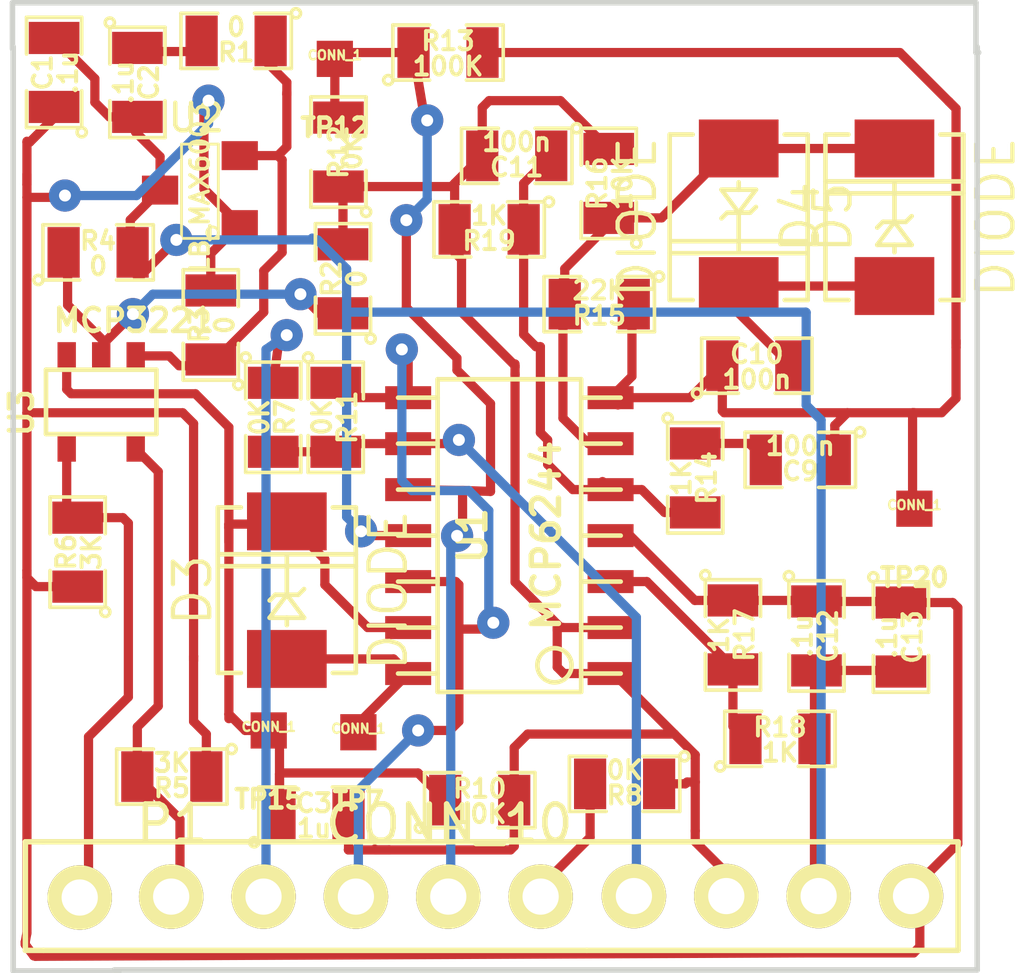
<source format=kicad_pcb>
(kicad_pcb (version 3) (host pcbnew "(2013-07-07 BZR 4022)-stable")

  (general
    (links 73)
    (no_connects 0)
    (area 28.36536 19.635469 56.71315 46.593761)
    (thickness 1.6)
    (drawings 9)
    (tracks 337)
    (zones 0)
    (modules 37)
    (nets 22)
  )

  (page A3)
  (layers
    (15 F.Cu signal)
    (0 B.Cu signal)
    (16 B.Adhes user)
    (17 F.Adhes user)
    (18 B.Paste user)
    (19 F.Paste user)
    (20 B.SilkS user)
    (21 F.SilkS user)
    (22 B.Mask user)
    (23 F.Mask user)
    (24 Dwgs.User user)
    (25 Cmts.User user)
    (26 Eco1.User user)
    (27 Eco2.User user)
    (28 Edge.Cuts user)
  )

  (setup
    (last_trace_width 0.254)
    (user_trace_width 0.6096)
    (trace_clearance 0.254)
    (zone_clearance 0.508)
    (zone_45_only no)
    (trace_min 0.254)
    (segment_width 0.2)
    (edge_width 0.1524)
    (via_size 0.889)
    (via_drill 0.3302)
    (via_min_size 0.889)
    (via_min_drill 0.3302)
    (user_via 0.889 0.3302)
    (uvia_size 0.508)
    (uvia_drill 0.127)
    (uvias_allowed no)
    (uvia_min_size 0.508)
    (uvia_min_drill 0.127)
    (pcb_text_width 0.3)
    (pcb_text_size 1.5 1.5)
    (mod_edge_width 0.15)
    (mod_text_size 1 1)
    (mod_text_width 0.15)
    (pad_size 1 1)
    (pad_drill 0)
    (pad_to_mask_clearance 0)
    (aux_axis_origin 0 0)
    (visible_elements 7FFFFFFF)
    (pcbplotparams
      (layerselection 3178497)
      (usegerberextensions true)
      (excludeedgelayer true)
      (linewidth 0.150000)
      (plotframeref false)
      (viasonmask false)
      (mode 1)
      (useauxorigin false)
      (hpglpennumber 1)
      (hpglpenspeed 20)
      (hpglpendiameter 15)
      (hpglpenoverlay 2)
      (psnegative false)
      (psa4output false)
      (plotreference true)
      (plotvalue true)
      (plotothertext true)
      (plotinvisibletext false)
      (padsonsilk false)
      (subtractmaskfromsilk true)
      (outputformat 1)
      (mirror false)
      (drillshape 0)
      (scaleselection 1)
      (outputdirectory "//psf/Home/Documents/Lettuce Buddy HW/Healthy EC Test PCB/Kicad/Gerbers - first test/"))
  )

  (net 0 "")
  (net 1 /DigitalAccess/EC_Meas)
  (net 2 /DigitalAccess/SCL)
  (net 3 /DigitalAccess/SDA)
  (net 4 /DigitalAccess/V+_WallWart)
  (net 5 /DigitalAccess/V-)
  (net 6 /DigitalAccess/VGND)
  (net 7 /DigitalAccess/VREF)
  (net 8 /EC/50KPOT)
  (net 9 /EC/5KPOT)
  (net 10 /EC/EC_Probe+)
  (net 11 /EC/G1)
  (net 12 /EC/f1)
  (net 13 "/EC/pin 14")
  (net 14 "/EC/pin 3")
  (net 15 "/EC/pin 5")
  (net 16 "/EC/pin 6")
  (net 17 "/EC/pin 7")
  (net 18 AC_Shrunk)
  (net 19 AGND)
  (net 20 EC_Signal)
  (net 21 N-0000012)

  (net_class Default "This is the default net class."
    (clearance 0.254)
    (trace_width 0.254)
    (via_dia 0.889)
    (via_drill 0.3302)
    (uvia_dia 0.508)
    (uvia_drill 0.127)
    (add_net "")
    (add_net /DigitalAccess/EC_Meas)
    (add_net /DigitalAccess/SCL)
    (add_net /DigitalAccess/SDA)
    (add_net /DigitalAccess/V+_WallWart)
    (add_net /DigitalAccess/V-)
    (add_net /DigitalAccess/VGND)
    (add_net /DigitalAccess/VREF)
    (add_net /EC/50KPOT)
    (add_net /EC/5KPOT)
    (add_net /EC/EC_Probe+)
    (add_net /EC/G1)
    (add_net /EC/f1)
    (add_net "/EC/pin 14")
    (add_net "/EC/pin 3")
    (add_net "/EC/pin 5")
    (add_net "/EC/pin 6")
    (add_net "/EC/pin 7")
    (add_net AC_Shrunk)
    (add_net AGND)
    (add_net EC_Signal)
    (add_net N-0000012)
  )

  (module SOT23-5 (layer F.Cu) (tedit 54677714) (tstamp 546772F1)
    (at 31.2 30.8 180)
    (path /53EF37AC/5463DCE7)
    (attr smd)
    (fp_text reference U3 (at 2.19964 -0.29972 270) (layer F.SilkS)
      (effects (font (size 0.635 0.635) (thickness 0.127)))
    )
    (fp_text value MCP3221 (at -0.9 2.25 180) (layer F.SilkS)
      (effects (font (size 0.635 0.635) (thickness 0.127)))
    )
    (fp_line (start 1.524 -0.889) (end 1.524 0.889) (layer F.SilkS) (width 0.127))
    (fp_line (start 1.524 0.889) (end -1.524 0.889) (layer F.SilkS) (width 0.127))
    (fp_line (start -1.524 0.889) (end -1.524 -0.889) (layer F.SilkS) (width 0.127))
    (fp_line (start -1.524 -0.889) (end 1.524 -0.889) (layer F.SilkS) (width 0.127))
    (pad 1 smd rect (at -0.9525 1.27 180) (size 0.508 0.762)
      (layers F.Cu F.Paste F.Mask)
      (net 7 /DigitalAccess/VREF)
    )
    (pad 3 smd rect (at 0.9525 1.27 180) (size 0.508 0.762)
      (layers F.Cu F.Paste F.Mask)
      (net 1 /DigitalAccess/EC_Meas)
    )
    (pad 5 smd rect (at -0.9525 -1.27 180) (size 0.508 0.762)
      (layers F.Cu F.Paste F.Mask)
      (net 2 /DigitalAccess/SCL)
    )
    (pad 2 smd rect (at 0 1.27 180) (size 0.508 0.762)
      (layers F.Cu F.Paste F.Mask)
      (net 5 /DigitalAccess/V-)
    )
    (pad 4 smd rect (at 0.9525 -1.27 180) (size 0.508 0.762)
      (layers F.Cu F.Paste F.Mask)
      (net 3 /DigitalAccess/SDA)
    )
    (model smd/SOT23_5.wrl
      (at (xyz 0 0 0))
      (scale (xyz 0.1 0.1 0.1))
      (rotate (xyz 0 0 0))
    )
  )

  (module so-14 (layer F.Cu) (tedit 48A6BF8F) (tstamp 54666F72)
    (at 42.4688 34.4932 90)
    (descr SO-14)
    (path /53EF382C/5419C202)
    (attr smd)
    (fp_text reference U1 (at 0 -1.016 90) (layer F.SilkS)
      (effects (font (size 0.7493 0.7493) (thickness 0.14986)))
    )
    (fp_text value MCP6244 (at 0 1.016 90) (layer F.SilkS)
      (effects (font (size 0.7493 0.7493) (thickness 0.14986)))
    )
    (fp_line (start -4.318 -1.9812) (end -4.318 1.9812) (layer F.SilkS) (width 0.127))
    (fp_line (start -4.318 1.9812) (end 4.318 1.9812) (layer F.SilkS) (width 0.127))
    (fp_line (start 4.318 1.9812) (end 4.318 -1.9812) (layer F.SilkS) (width 0.127))
    (fp_line (start 4.318 -1.9812) (end -4.318 -1.9812) (layer F.SilkS) (width 0.127))
    (fp_line (start -2.54 -1.9812) (end -2.54 -3.0734) (layer F.SilkS) (width 0.127))
    (fp_line (start -1.27 -1.9812) (end -1.27 -3.0734) (layer F.SilkS) (width 0.127))
    (fp_line (start 0 -1.9812) (end 0 -3.0734) (layer F.SilkS) (width 0.127))
    (fp_line (start -3.81 -1.9812) (end -3.81 -3.0734) (layer F.SilkS) (width 0.127))
    (fp_line (start 1.27 -3.0734) (end 1.27 -1.9812) (layer F.SilkS) (width 0.127))
    (fp_line (start 2.54 -3.0734) (end 2.54 -1.9812) (layer F.SilkS) (width 0.127))
    (fp_line (start 3.81 -3.0734) (end 3.81 -1.9812) (layer F.SilkS) (width 0.127))
    (fp_line (start 3.81 1.9812) (end 3.81 3.0734) (layer F.SilkS) (width 0.127))
    (fp_line (start 2.54 1.9812) (end 2.54 3.0734) (layer F.SilkS) (width 0.127))
    (fp_line (start -3.81 1.9812) (end -3.81 3.0734) (layer F.SilkS) (width 0.127))
    (fp_line (start -2.54 3.0734) (end -2.54 1.9812) (layer F.SilkS) (width 0.127))
    (fp_line (start 1.27 3.0734) (end 1.27 1.9812) (layer F.SilkS) (width 0.127))
    (fp_line (start 0 3.0734) (end 0 1.9812) (layer F.SilkS) (width 0.127))
    (fp_line (start -1.27 3.0734) (end -1.27 1.9812) (layer F.SilkS) (width 0.127))
    (fp_circle (center -3.5814 1.2446) (end -3.8608 1.6256) (layer F.SilkS) (width 0.127))
    (pad 1 smd rect (at -3.81 2.794 90) (size 0.635 1.27)
      (layers F.Cu F.Paste F.Mask)
      (net 6 /DigitalAccess/VGND)
    )
    (pad 2 smd rect (at -2.54 2.794 90) (size 0.635 1.27)
      (layers F.Cu F.Paste F.Mask)
      (net 6 /DigitalAccess/VGND)
    )
    (pad 3 smd rect (at -1.27 2.794 90) (size 0.635 1.27)
      (layers F.Cu F.Paste F.Mask)
      (net 14 "/EC/pin 3")
    )
    (pad 4 smd rect (at 0 2.794 90) (size 0.635 1.27)
      (layers F.Cu F.Paste F.Mask)
      (net 4 /DigitalAccess/V+_WallWart)
    )
    (pad 5 smd rect (at 1.27 2.794 90) (size 0.635 1.27)
      (layers F.Cu F.Paste F.Mask)
      (net 15 "/EC/pin 5")
    )
    (pad 6 smd rect (at 2.54 2.794 90) (size 0.635 1.27)
      (layers F.Cu F.Paste F.Mask)
      (net 16 "/EC/pin 6")
    )
    (pad 7 smd rect (at 3.81 2.794 90) (size 0.635 1.27)
      (layers F.Cu F.Paste F.Mask)
      (net 17 "/EC/pin 7")
    )
    (pad 8 smd rect (at 3.81 -2.794 90) (size 0.635 1.27)
      (layers F.Cu F.Paste F.Mask)
      (net 20 EC_Signal)
    )
    (pad 9 smd rect (at 2.54 -2.794 90) (size 0.635 1.27)
      (layers F.Cu F.Paste F.Mask)
      (net 10 /EC/EC_Probe+)
    )
    (pad 10 smd rect (at 1.27 -2.794 90) (size 0.635 1.27)
      (layers F.Cu F.Paste F.Mask)
      (net 18 AC_Shrunk)
    )
    (pad 11 smd rect (at 0 -2.794 90) (size 0.635 1.27)
      (layers F.Cu F.Paste F.Mask)
      (net 19 AGND)
    )
    (pad 12 smd rect (at -1.27 -2.794 90) (size 0.635 1.27)
      (layers F.Cu F.Paste F.Mask)
      (net 20 EC_Signal)
    )
    (pad 13 smd rect (at -2.54 -2.794 90) (size 0.635 1.27)
      (layers F.Cu F.Paste F.Mask)
      (net 1 /DigitalAccess/EC_Meas)
    )
    (pad 14 smd rect (at -3.81 -2.794 90) (size 0.635 1.27)
      (layers F.Cu F.Paste F.Mask)
      (net 13 "/EC/pin 14")
    )
    (model smd/smd_dil/so-14.wrl
      (at (xyz 0 0 0))
      (scale (xyz 1 1 1))
      (rotate (xyz 0 0 0))
    )
  )

  (module SM0805 (layer F.Cu) (tedit 5091495C) (tstamp 54666F7F)
    (at 34.925 20.828 180)
    (path /53EF37AC/54663870)
    (attr smd)
    (fp_text reference R1 (at 0 -0.3175 180) (layer F.SilkS)
      (effects (font (size 0.50038 0.50038) (thickness 0.10922)))
    )
    (fp_text value 0 (at 0 0.381 180) (layer F.SilkS)
      (effects (font (size 0.50038 0.50038) (thickness 0.10922)))
    )
    (fp_circle (center -1.651 0.762) (end -1.651 0.635) (layer F.SilkS) (width 0.09906))
    (fp_line (start -0.508 0.762) (end -1.524 0.762) (layer F.SilkS) (width 0.09906))
    (fp_line (start -1.524 0.762) (end -1.524 -0.762) (layer F.SilkS) (width 0.09906))
    (fp_line (start -1.524 -0.762) (end -0.508 -0.762) (layer F.SilkS) (width 0.09906))
    (fp_line (start 0.508 -0.762) (end 1.524 -0.762) (layer F.SilkS) (width 0.09906))
    (fp_line (start 1.524 -0.762) (end 1.524 0.762) (layer F.SilkS) (width 0.09906))
    (fp_line (start 1.524 0.762) (end 0.508 0.762) (layer F.SilkS) (width 0.09906))
    (pad 1 smd rect (at -0.9525 0 180) (size 0.889 1.397)
      (layers F.Cu F.Paste F.Mask)
      (net 7 /DigitalAccess/VREF)
    )
    (pad 2 smd rect (at 0.9525 0 180) (size 0.889 1.397)
      (layers F.Cu F.Paste F.Mask)
      (net 21 N-0000012)
    )
    (model smd/chip_cms.wrl
      (at (xyz 0 0 0))
      (scale (xyz 0.1 0.1 0.1))
      (rotate (xyz 0 0 0))
    )
  )

  (module SM0805 (layer F.Cu) (tedit 5091495C) (tstamp 54666F99)
    (at 31.115 26.67)
    (path /53EF37AC/5466376D)
    (attr smd)
    (fp_text reference R4 (at 0 -0.3175) (layer F.SilkS)
      (effects (font (size 0.50038 0.50038) (thickness 0.10922)))
    )
    (fp_text value 0 (at 0 0.381) (layer F.SilkS)
      (effects (font (size 0.50038 0.50038) (thickness 0.10922)))
    )
    (fp_circle (center -1.651 0.762) (end -1.651 0.635) (layer F.SilkS) (width 0.09906))
    (fp_line (start -0.508 0.762) (end -1.524 0.762) (layer F.SilkS) (width 0.09906))
    (fp_line (start -1.524 0.762) (end -1.524 -0.762) (layer F.SilkS) (width 0.09906))
    (fp_line (start -1.524 -0.762) (end -0.508 -0.762) (layer F.SilkS) (width 0.09906))
    (fp_line (start 0.508 -0.762) (end 1.524 -0.762) (layer F.SilkS) (width 0.09906))
    (fp_line (start 1.524 -0.762) (end 1.524 0.762) (layer F.SilkS) (width 0.09906))
    (fp_line (start 1.524 0.762) (end 0.508 0.762) (layer F.SilkS) (width 0.09906))
    (pad 1 smd rect (at -0.9525 0) (size 0.889 1.397)
      (layers F.Cu F.Paste F.Mask)
      (net 5 /DigitalAccess/V-)
    )
    (pad 2 smd rect (at 0.9525 0) (size 0.889 1.397)
      (layers F.Cu F.Paste F.Mask)
      (net 19 AGND)
    )
    (model smd/chip_cms.wrl
      (at (xyz 0 0 0))
      (scale (xyz 0.1 0.1 0.1))
      (rotate (xyz 0 0 0))
    )
  )

  (module SM0805 (layer F.Cu) (tedit 5091495C) (tstamp 54666FA6)
    (at 37.875 27.4 90)
    (path /53EF37AC/54663746)
    (attr smd)
    (fp_text reference R2 (at 0 -0.3175 90) (layer F.SilkS)
      (effects (font (size 0.50038 0.50038) (thickness 0.10922)))
    )
    (fp_text value 0 (at 0 0.381 90) (layer F.SilkS)
      (effects (font (size 0.50038 0.50038) (thickness 0.10922)))
    )
    (fp_circle (center -1.651 0.762) (end -1.651 0.635) (layer F.SilkS) (width 0.09906))
    (fp_line (start -0.508 0.762) (end -1.524 0.762) (layer F.SilkS) (width 0.09906))
    (fp_line (start -1.524 0.762) (end -1.524 -0.762) (layer F.SilkS) (width 0.09906))
    (fp_line (start -1.524 -0.762) (end -0.508 -0.762) (layer F.SilkS) (width 0.09906))
    (fp_line (start 0.508 -0.762) (end 1.524 -0.762) (layer F.SilkS) (width 0.09906))
    (fp_line (start 1.524 -0.762) (end 1.524 0.762) (layer F.SilkS) (width 0.09906))
    (fp_line (start 1.524 0.762) (end 0.508 0.762) (layer F.SilkS) (width 0.09906))
    (pad 1 smd rect (at -0.9525 0 90) (size 0.889 1.397)
      (layers F.Cu F.Paste F.Mask)
      (net 5 /DigitalAccess/V-)
    )
    (pad 2 smd rect (at 0.9525 0 90) (size 0.889 1.397)
      (layers F.Cu F.Paste F.Mask)
      (net 6 /DigitalAccess/VGND)
    )
    (model smd/chip_cms.wrl
      (at (xyz 0 0 0))
      (scale (xyz 0.1 0.1 0.1))
      (rotate (xyz 0 0 0))
    )
  )

  (module SM0805 (layer F.Cu) (tedit 5091495C) (tstamp 54666FB3)
    (at 34.225 28.675 90)
    (path /53EF37AC/5463DCF4)
    (attr smd)
    (fp_text reference R3 (at 0 -0.3175 90) (layer F.SilkS)
      (effects (font (size 0.50038 0.50038) (thickness 0.10922)))
    )
    (fp_text value 0 (at 0 0.381 90) (layer F.SilkS)
      (effects (font (size 0.50038 0.50038) (thickness 0.10922)))
    )
    (fp_circle (center -1.651 0.762) (end -1.651 0.635) (layer F.SilkS) (width 0.09906))
    (fp_line (start -0.508 0.762) (end -1.524 0.762) (layer F.SilkS) (width 0.09906))
    (fp_line (start -1.524 0.762) (end -1.524 -0.762) (layer F.SilkS) (width 0.09906))
    (fp_line (start -1.524 -0.762) (end -0.508 -0.762) (layer F.SilkS) (width 0.09906))
    (fp_line (start 0.508 -0.762) (end 1.524 -0.762) (layer F.SilkS) (width 0.09906))
    (fp_line (start 1.524 -0.762) (end 1.524 0.762) (layer F.SilkS) (width 0.09906))
    (fp_line (start 1.524 0.762) (end 0.508 0.762) (layer F.SilkS) (width 0.09906))
    (pad 1 smd rect (at -0.9525 0 90) (size 0.889 1.397)
      (layers F.Cu F.Paste F.Mask)
      (net 7 /DigitalAccess/VREF)
    )
    (pad 2 smd rect (at 0.9525 0 90) (size 0.889 1.397)
      (layers F.Cu F.Paste F.Mask)
      (net 4 /DigitalAccess/V+_WallWart)
    )
    (model smd/chip_cms.wrl
      (at (xyz 0 0 0))
      (scale (xyz 0.1 0.1 0.1))
      (rotate (xyz 0 0 0))
    )
  )

  (module SM0805 (layer F.Cu) (tedit 546766D7) (tstamp 54666FE7)
    (at 37.75 23.9 90)
    (path /53EF382C/5450C534)
    (attr smd)
    (fp_text reference R12 (at 0 0 90) (layer F.SilkS)
      (effects (font (size 0.50038 0.50038) (thickness 0.10922)))
    )
    (fp_text value 0K (at 0 0.381 90) (layer F.SilkS)
      (effects (font (size 0.50038 0.50038) (thickness 0.10922)))
    )
    (fp_circle (center -1.651 0.762) (end -1.651 0.635) (layer F.SilkS) (width 0.09906))
    (fp_line (start -0.508 0.762) (end -1.524 0.762) (layer F.SilkS) (width 0.09906))
    (fp_line (start -1.524 0.762) (end -1.524 -0.762) (layer F.SilkS) (width 0.09906))
    (fp_line (start -1.524 -0.762) (end -0.508 -0.762) (layer F.SilkS) (width 0.09906))
    (fp_line (start 0.508 -0.762) (end 1.524 -0.762) (layer F.SilkS) (width 0.09906))
    (fp_line (start 1.524 -0.762) (end 1.524 0.762) (layer F.SilkS) (width 0.09906))
    (fp_line (start 1.524 0.762) (end 0.508 0.762) (layer F.SilkS) (width 0.09906))
    (pad 1 smd rect (at -0.9525 0 90) (size 0.889 1.397)
      (layers F.Cu F.Paste F.Mask)
      (net 6 /DigitalAccess/VGND)
    )
    (pad 2 smd rect (at 0.9525 0 90) (size 0.889 1.397)
      (layers F.Cu F.Paste F.Mask)
      (net 18 AC_Shrunk)
    )
    (model smd/chip_cms.wrl
      (at (xyz 0 0 0))
      (scale (xyz 0.1 0.1 0.1))
      (rotate (xyz 0 0 0))
    )
  )

  (module SM0805 (layer F.Cu) (tedit 5091495C) (tstamp 54666FF4)
    (at 37.675 31.225 270)
    (path /53EF382C/5450C300)
    (attr smd)
    (fp_text reference R11 (at 0 -0.3175 270) (layer F.SilkS)
      (effects (font (size 0.50038 0.50038) (thickness 0.10922)))
    )
    (fp_text value 0K (at 0 0.381 270) (layer F.SilkS)
      (effects (font (size 0.50038 0.50038) (thickness 0.10922)))
    )
    (fp_circle (center -1.651 0.762) (end -1.651 0.635) (layer F.SilkS) (width 0.09906))
    (fp_line (start -0.508 0.762) (end -1.524 0.762) (layer F.SilkS) (width 0.09906))
    (fp_line (start -1.524 0.762) (end -1.524 -0.762) (layer F.SilkS) (width 0.09906))
    (fp_line (start -1.524 -0.762) (end -0.508 -0.762) (layer F.SilkS) (width 0.09906))
    (fp_line (start 0.508 -0.762) (end 1.524 -0.762) (layer F.SilkS) (width 0.09906))
    (fp_line (start 1.524 -0.762) (end 1.524 0.762) (layer F.SilkS) (width 0.09906))
    (fp_line (start 1.524 0.762) (end 0.508 0.762) (layer F.SilkS) (width 0.09906))
    (pad 1 smd rect (at -0.9525 0 270) (size 0.889 1.397)
      (layers F.Cu F.Paste F.Mask)
      (net 20 EC_Signal)
    )
    (pad 2 smd rect (at 0.9525 0 270) (size 0.889 1.397)
      (layers F.Cu F.Paste F.Mask)
      (net 10 /EC/EC_Probe+)
    )
    (model smd/chip_cms.wrl
      (at (xyz 0 0 0))
      (scale (xyz 0.1 0.1 0.1))
      (rotate (xyz 0 0 0))
    )
  )

  (module SM0805 (layer F.Cu) (tedit 5091495C) (tstamp 54667001)
    (at 53.27904 37.29482 270)
    (path /53EF382C/544B8F3A)
    (attr smd)
    (fp_text reference C13 (at 0 -0.3175 270) (layer F.SilkS)
      (effects (font (size 0.50038 0.50038) (thickness 0.10922)))
    )
    (fp_text value .1u (at 0 0.381 270) (layer F.SilkS)
      (effects (font (size 0.50038 0.50038) (thickness 0.10922)))
    )
    (fp_circle (center -1.651 0.762) (end -1.651 0.635) (layer F.SilkS) (width 0.09906))
    (fp_line (start -0.508 0.762) (end -1.524 0.762) (layer F.SilkS) (width 0.09906))
    (fp_line (start -1.524 0.762) (end -1.524 -0.762) (layer F.SilkS) (width 0.09906))
    (fp_line (start -1.524 -0.762) (end -0.508 -0.762) (layer F.SilkS) (width 0.09906))
    (fp_line (start 0.508 -0.762) (end 1.524 -0.762) (layer F.SilkS) (width 0.09906))
    (fp_line (start 1.524 -0.762) (end 1.524 0.762) (layer F.SilkS) (width 0.09906))
    (fp_line (start 1.524 0.762) (end 0.508 0.762) (layer F.SilkS) (width 0.09906))
    (pad 1 smd rect (at -0.9525 0 270) (size 0.889 1.397)
      (layers F.Cu F.Paste F.Mask)
      (net 4 /DigitalAccess/V+_WallWart)
    )
    (pad 2 smd rect (at 0.9525 0 270) (size 0.889 1.397)
      (layers F.Cu F.Paste F.Mask)
      (net 19 AGND)
    )
    (model smd/chip_cms.wrl
      (at (xyz 0 0 0))
      (scale (xyz 0.1 0.1 0.1))
      (rotate (xyz 0 0 0))
    )
  )

  (module SM0805 (layer F.Cu) (tedit 5091495C) (tstamp 5466700E)
    (at 50.94732 37.26434 270)
    (path /53EF382C/544B8DF0)
    (attr smd)
    (fp_text reference C12 (at 0 -0.3175 270) (layer F.SilkS)
      (effects (font (size 0.50038 0.50038) (thickness 0.10922)))
    )
    (fp_text value .1u (at 0 0.381 270) (layer F.SilkS)
      (effects (font (size 0.50038 0.50038) (thickness 0.10922)))
    )
    (fp_circle (center -1.651 0.762) (end -1.651 0.635) (layer F.SilkS) (width 0.09906))
    (fp_line (start -0.508 0.762) (end -1.524 0.762) (layer F.SilkS) (width 0.09906))
    (fp_line (start -1.524 0.762) (end -1.524 -0.762) (layer F.SilkS) (width 0.09906))
    (fp_line (start -1.524 -0.762) (end -0.508 -0.762) (layer F.SilkS) (width 0.09906))
    (fp_line (start 0.508 -0.762) (end 1.524 -0.762) (layer F.SilkS) (width 0.09906))
    (fp_line (start 1.524 -0.762) (end 1.524 0.762) (layer F.SilkS) (width 0.09906))
    (fp_line (start 1.524 0.762) (end 0.508 0.762) (layer F.SilkS) (width 0.09906))
    (pad 1 smd rect (at -0.9525 0 270) (size 0.889 1.397)
      (layers F.Cu F.Paste F.Mask)
      (net 4 /DigitalAccess/V+_WallWart)
    )
    (pad 2 smd rect (at 0.9525 0 270) (size 0.889 1.397)
      (layers F.Cu F.Paste F.Mask)
      (net 19 AGND)
    )
    (model smd/chip_cms.wrl
      (at (xyz 0 0 0))
      (scale (xyz 0.1 0.1 0.1))
      (rotate (xyz 0 0 0))
    )
  )

  (module SM0805 (layer F.Cu) (tedit 5091495C) (tstamp 5466701B)
    (at 37.075 42.2)
    (path /53EF382C/5416E04B)
    (attr smd)
    (fp_text reference C3 (at 0 -0.3175) (layer F.SilkS)
      (effects (font (size 0.50038 0.50038) (thickness 0.10922)))
    )
    (fp_text value 1u (at 0 0.381) (layer F.SilkS)
      (effects (font (size 0.50038 0.50038) (thickness 0.10922)))
    )
    (fp_circle (center -1.651 0.762) (end -1.651 0.635) (layer F.SilkS) (width 0.09906))
    (fp_line (start -0.508 0.762) (end -1.524 0.762) (layer F.SilkS) (width 0.09906))
    (fp_line (start -1.524 0.762) (end -1.524 -0.762) (layer F.SilkS) (width 0.09906))
    (fp_line (start -1.524 -0.762) (end -0.508 -0.762) (layer F.SilkS) (width 0.09906))
    (fp_line (start 0.508 -0.762) (end 1.524 -0.762) (layer F.SilkS) (width 0.09906))
    (fp_line (start 1.524 -0.762) (end 1.524 0.762) (layer F.SilkS) (width 0.09906))
    (fp_line (start 1.524 0.762) (end 0.508 0.762) (layer F.SilkS) (width 0.09906))
    (pad 1 smd rect (at -0.9525 0) (size 0.889 1.397)
      (layers F.Cu F.Paste F.Mask)
      (net 1 /DigitalAccess/EC_Meas)
    )
    (pad 2 smd rect (at 0.9525 0) (size 0.889 1.397)
      (layers F.Cu F.Paste F.Mask)
      (net 6 /DigitalAccess/VGND)
    )
    (model smd/chip_cms.wrl
      (at (xyz 0 0 0))
      (scale (xyz 0.1 0.1 0.1))
      (rotate (xyz 0 0 0))
    )
  )

  (module SM0805 (layer F.Cu) (tedit 5091495C) (tstamp 54667028)
    (at 41.65 41.8)
    (path /53EF382C/5416E045)
    (attr smd)
    (fp_text reference R10 (at 0 -0.3175) (layer F.SilkS)
      (effects (font (size 0.50038 0.50038) (thickness 0.10922)))
    )
    (fp_text value 10K (at 0 0.381) (layer F.SilkS)
      (effects (font (size 0.50038 0.50038) (thickness 0.10922)))
    )
    (fp_circle (center -1.651 0.762) (end -1.651 0.635) (layer F.SilkS) (width 0.09906))
    (fp_line (start -0.508 0.762) (end -1.524 0.762) (layer F.SilkS) (width 0.09906))
    (fp_line (start -1.524 0.762) (end -1.524 -0.762) (layer F.SilkS) (width 0.09906))
    (fp_line (start -1.524 -0.762) (end -0.508 -0.762) (layer F.SilkS) (width 0.09906))
    (fp_line (start 0.508 -0.762) (end 1.524 -0.762) (layer F.SilkS) (width 0.09906))
    (fp_line (start 1.524 -0.762) (end 1.524 0.762) (layer F.SilkS) (width 0.09906))
    (fp_line (start 1.524 0.762) (end 0.508 0.762) (layer F.SilkS) (width 0.09906))
    (pad 1 smd rect (at -0.9525 0) (size 0.889 1.397)
      (layers F.Cu F.Paste F.Mask)
      (net 1 /DigitalAccess/EC_Meas)
    )
    (pad 2 smd rect (at 0.9525 0) (size 0.889 1.397)
      (layers F.Cu F.Paste F.Mask)
      (net 6 /DigitalAccess/VGND)
    )
    (model smd/chip_cms.wrl
      (at (xyz 0 0 0))
      (scale (xyz 0.1 0.1 0.1))
      (rotate (xyz 0 0 0))
    )
  )

  (module SM0805 (layer F.Cu) (tedit 5091495C) (tstamp 54667035)
    (at 48.641 37.2364 270)
    (path /53EF382C/5416D6AB)
    (attr smd)
    (fp_text reference R17 (at 0 -0.3175 270) (layer F.SilkS)
      (effects (font (size 0.50038 0.50038) (thickness 0.10922)))
    )
    (fp_text value 1K (at 0 0.381 270) (layer F.SilkS)
      (effects (font (size 0.50038 0.50038) (thickness 0.10922)))
    )
    (fp_circle (center -1.651 0.762) (end -1.651 0.635) (layer F.SilkS) (width 0.09906))
    (fp_line (start -0.508 0.762) (end -1.524 0.762) (layer F.SilkS) (width 0.09906))
    (fp_line (start -1.524 0.762) (end -1.524 -0.762) (layer F.SilkS) (width 0.09906))
    (fp_line (start -1.524 -0.762) (end -0.508 -0.762) (layer F.SilkS) (width 0.09906))
    (fp_line (start 0.508 -0.762) (end 1.524 -0.762) (layer F.SilkS) (width 0.09906))
    (fp_line (start 1.524 -0.762) (end 1.524 0.762) (layer F.SilkS) (width 0.09906))
    (fp_line (start 1.524 0.762) (end 0.508 0.762) (layer F.SilkS) (width 0.09906))
    (pad 1 smd rect (at -0.9525 0 270) (size 0.889 1.397)
      (layers F.Cu F.Paste F.Mask)
      (net 4 /DigitalAccess/V+_WallWart)
    )
    (pad 2 smd rect (at 0.9525 0 270) (size 0.889 1.397)
      (layers F.Cu F.Paste F.Mask)
      (net 14 "/EC/pin 3")
    )
    (model smd/chip_cms.wrl
      (at (xyz 0 0 0))
      (scale (xyz 0.1 0.1 0.1))
      (rotate (xyz 0 0 0))
    )
  )

  (module SM0805 (layer F.Cu) (tedit 5091495C) (tstamp 54667042)
    (at 49.93894 40.1066)
    (path /53EF382C/5416D6B8)
    (attr smd)
    (fp_text reference R18 (at 0 -0.3175) (layer F.SilkS)
      (effects (font (size 0.50038 0.50038) (thickness 0.10922)))
    )
    (fp_text value 1K (at 0 0.381) (layer F.SilkS)
      (effects (font (size 0.50038 0.50038) (thickness 0.10922)))
    )
    (fp_circle (center -1.651 0.762) (end -1.651 0.635) (layer F.SilkS) (width 0.09906))
    (fp_line (start -0.508 0.762) (end -1.524 0.762) (layer F.SilkS) (width 0.09906))
    (fp_line (start -1.524 0.762) (end -1.524 -0.762) (layer F.SilkS) (width 0.09906))
    (fp_line (start -1.524 -0.762) (end -0.508 -0.762) (layer F.SilkS) (width 0.09906))
    (fp_line (start 0.508 -0.762) (end 1.524 -0.762) (layer F.SilkS) (width 0.09906))
    (fp_line (start 1.524 -0.762) (end 1.524 0.762) (layer F.SilkS) (width 0.09906))
    (fp_line (start 1.524 0.762) (end 0.508 0.762) (layer F.SilkS) (width 0.09906))
    (pad 1 smd rect (at -0.9525 0) (size 0.889 1.397)
      (layers F.Cu F.Paste F.Mask)
      (net 14 "/EC/pin 3")
    )
    (pad 2 smd rect (at 0.9525 0) (size 0.889 1.397)
      (layers F.Cu F.Paste F.Mask)
      (net 19 AGND)
    )
    (model smd/chip_cms.wrl
      (at (xyz 0 0 0))
      (scale (xyz 0.1 0.1 0.1))
      (rotate (xyz 0 0 0))
    )
  )

  (module SM0805 (layer F.Cu) (tedit 5091495C) (tstamp 5466704F)
    (at 41.91 26.035 180)
    (path /53EF382C/5416D6EF)
    (attr smd)
    (fp_text reference R19 (at 0 -0.3175 180) (layer F.SilkS)
      (effects (font (size 0.50038 0.50038) (thickness 0.10922)))
    )
    (fp_text value 1K (at 0 0.381 180) (layer F.SilkS)
      (effects (font (size 0.50038 0.50038) (thickness 0.10922)))
    )
    (fp_circle (center -1.651 0.762) (end -1.651 0.635) (layer F.SilkS) (width 0.09906))
    (fp_line (start -0.508 0.762) (end -1.524 0.762) (layer F.SilkS) (width 0.09906))
    (fp_line (start -1.524 0.762) (end -1.524 -0.762) (layer F.SilkS) (width 0.09906))
    (fp_line (start -1.524 -0.762) (end -0.508 -0.762) (layer F.SilkS) (width 0.09906))
    (fp_line (start 0.508 -0.762) (end 1.524 -0.762) (layer F.SilkS) (width 0.09906))
    (fp_line (start 1.524 -0.762) (end 1.524 0.762) (layer F.SilkS) (width 0.09906))
    (fp_line (start 1.524 0.762) (end 0.508 0.762) (layer F.SilkS) (width 0.09906))
    (pad 1 smd rect (at -0.9525 0 180) (size 0.889 1.397)
      (layers F.Cu F.Paste F.Mask)
      (net 15 "/EC/pin 5")
    )
    (pad 2 smd rect (at 0.9525 0 180) (size 0.889 1.397)
      (layers F.Cu F.Paste F.Mask)
      (net 6 /DigitalAccess/VGND)
    )
    (model smd/chip_cms.wrl
      (at (xyz 0 0 0))
      (scale (xyz 0.1 0.1 0.1))
      (rotate (xyz 0 0 0))
    )
  )

  (module SM0805 (layer F.Cu) (tedit 5091495C) (tstamp 5466705C)
    (at 45.212 24.765 90)
    (path /53EF382C/5416D6F5)
    (attr smd)
    (fp_text reference R16 (at 0 -0.3175 90) (layer F.SilkS)
      (effects (font (size 0.50038 0.50038) (thickness 0.10922)))
    )
    (fp_text value 10K (at 0 0.381 90) (layer F.SilkS)
      (effects (font (size 0.50038 0.50038) (thickness 0.10922)))
    )
    (fp_circle (center -1.651 0.762) (end -1.651 0.635) (layer F.SilkS) (width 0.09906))
    (fp_line (start -0.508 0.762) (end -1.524 0.762) (layer F.SilkS) (width 0.09906))
    (fp_line (start -1.524 0.762) (end -1.524 -0.762) (layer F.SilkS) (width 0.09906))
    (fp_line (start -1.524 -0.762) (end -0.508 -0.762) (layer F.SilkS) (width 0.09906))
    (fp_line (start 0.508 -0.762) (end 1.524 -0.762) (layer F.SilkS) (width 0.09906))
    (fp_line (start 1.524 -0.762) (end 1.524 0.762) (layer F.SilkS) (width 0.09906))
    (fp_line (start 1.524 0.762) (end 0.508 0.762) (layer F.SilkS) (width 0.09906))
    (pad 1 smd rect (at -0.9525 0 90) (size 0.889 1.397)
      (layers F.Cu F.Paste F.Mask)
      (net 16 "/EC/pin 6")
    )
    (pad 2 smd rect (at 0.9525 0 90) (size 0.889 1.397)
      (layers F.Cu F.Paste F.Mask)
      (net 6 /DigitalAccess/VGND)
    )
    (model smd/chip_cms.wrl
      (at (xyz 0 0 0))
      (scale (xyz 0.1 0.1 0.1))
      (rotate (xyz 0 0 0))
    )
  )

  (module SM0805 (layer F.Cu) (tedit 5091495C) (tstamp 54667069)
    (at 42.672 24.003 180)
    (path /53EF382C/5416D6FD)
    (attr smd)
    (fp_text reference C11 (at 0 -0.3175 180) (layer F.SilkS)
      (effects (font (size 0.50038 0.50038) (thickness 0.10922)))
    )
    (fp_text value 100n (at 0 0.381 180) (layer F.SilkS)
      (effects (font (size 0.50038 0.50038) (thickness 0.10922)))
    )
    (fp_circle (center -1.651 0.762) (end -1.651 0.635) (layer F.SilkS) (width 0.09906))
    (fp_line (start -0.508 0.762) (end -1.524 0.762) (layer F.SilkS) (width 0.09906))
    (fp_line (start -1.524 0.762) (end -1.524 -0.762) (layer F.SilkS) (width 0.09906))
    (fp_line (start -1.524 -0.762) (end -0.508 -0.762) (layer F.SilkS) (width 0.09906))
    (fp_line (start 0.508 -0.762) (end 1.524 -0.762) (layer F.SilkS) (width 0.09906))
    (fp_line (start 1.524 -0.762) (end 1.524 0.762) (layer F.SilkS) (width 0.09906))
    (fp_line (start 1.524 0.762) (end 0.508 0.762) (layer F.SilkS) (width 0.09906))
    (pad 1 smd rect (at -0.9525 0 180) (size 0.889 1.397)
      (layers F.Cu F.Paste F.Mask)
      (net 15 "/EC/pin 5")
    )
    (pad 2 smd rect (at 0.9525 0 180) (size 0.889 1.397)
      (layers F.Cu F.Paste F.Mask)
      (net 6 /DigitalAccess/VGND)
    )
    (model smd/chip_cms.wrl
      (at (xyz 0 0 0))
      (scale (xyz 0.1 0.1 0.1))
      (rotate (xyz 0 0 0))
    )
  )

  (module SM0805 (layer F.Cu) (tedit 5091495C) (tstamp 54667076)
    (at 49.3 29.8)
    (path /53EF382C/5416D70C)
    (attr smd)
    (fp_text reference C10 (at 0 -0.3175) (layer F.SilkS)
      (effects (font (size 0.50038 0.50038) (thickness 0.10922)))
    )
    (fp_text value 100n (at 0 0.381) (layer F.SilkS)
      (effects (font (size 0.50038 0.50038) (thickness 0.10922)))
    )
    (fp_circle (center -1.651 0.762) (end -1.651 0.635) (layer F.SilkS) (width 0.09906))
    (fp_line (start -0.508 0.762) (end -1.524 0.762) (layer F.SilkS) (width 0.09906))
    (fp_line (start -1.524 0.762) (end -1.524 -0.762) (layer F.SilkS) (width 0.09906))
    (fp_line (start -1.524 -0.762) (end -0.508 -0.762) (layer F.SilkS) (width 0.09906))
    (fp_line (start 0.508 -0.762) (end 1.524 -0.762) (layer F.SilkS) (width 0.09906))
    (fp_line (start 1.524 -0.762) (end 1.524 0.762) (layer F.SilkS) (width 0.09906))
    (fp_line (start 1.524 0.762) (end 0.508 0.762) (layer F.SilkS) (width 0.09906))
    (pad 1 smd rect (at -0.9525 0) (size 0.889 1.397)
      (layers F.Cu F.Paste F.Mask)
      (net 17 "/EC/pin 7")
    )
    (pad 2 smd rect (at 0.9525 0) (size 0.889 1.397)
      (layers F.Cu F.Paste F.Mask)
      (net 11 /EC/G1)
    )
    (model smd/chip_cms.wrl
      (at (xyz 0 0 0))
      (scale (xyz 0.1 0.1 0.1))
      (rotate (xyz 0 0 0))
    )
  )

  (module SM0805 (layer F.Cu) (tedit 5091495C) (tstamp 54667083)
    (at 44.95 28.1 180)
    (path /53EF382C/5416D7C3)
    (attr smd)
    (fp_text reference R15 (at 0 -0.3175 180) (layer F.SilkS)
      (effects (font (size 0.50038 0.50038) (thickness 0.10922)))
    )
    (fp_text value 22K (at 0 0.381 180) (layer F.SilkS)
      (effects (font (size 0.50038 0.50038) (thickness 0.10922)))
    )
    (fp_circle (center -1.651 0.762) (end -1.651 0.635) (layer F.SilkS) (width 0.09906))
    (fp_line (start -0.508 0.762) (end -1.524 0.762) (layer F.SilkS) (width 0.09906))
    (fp_line (start -1.524 0.762) (end -1.524 -0.762) (layer F.SilkS) (width 0.09906))
    (fp_line (start -1.524 -0.762) (end -0.508 -0.762) (layer F.SilkS) (width 0.09906))
    (fp_line (start 0.508 -0.762) (end 1.524 -0.762) (layer F.SilkS) (width 0.09906))
    (fp_line (start 1.524 -0.762) (end 1.524 0.762) (layer F.SilkS) (width 0.09906))
    (fp_line (start 1.524 0.762) (end 0.508 0.762) (layer F.SilkS) (width 0.09906))
    (pad 1 smd rect (at -0.9525 0 180) (size 0.889 1.397)
      (layers F.Cu F.Paste F.Mask)
      (net 17 "/EC/pin 7")
    )
    (pad 2 smd rect (at 0.9525 0 180) (size 0.889 1.397)
      (layers F.Cu F.Paste F.Mask)
      (net 16 "/EC/pin 6")
    )
    (model smd/chip_cms.wrl
      (at (xyz 0 0 0))
      (scale (xyz 0.1 0.1 0.1))
      (rotate (xyz 0 0 0))
    )
  )

  (module SM0805 (layer F.Cu) (tedit 5091495C) (tstamp 54667090)
    (at 50.5 32.4 180)
    (path /53EF382C/5416DB1C)
    (attr smd)
    (fp_text reference C9 (at 0 -0.3175 180) (layer F.SilkS)
      (effects (font (size 0.50038 0.50038) (thickness 0.10922)))
    )
    (fp_text value 100n (at 0 0.381 180) (layer F.SilkS)
      (effects (font (size 0.50038 0.50038) (thickness 0.10922)))
    )
    (fp_circle (center -1.651 0.762) (end -1.651 0.635) (layer F.SilkS) (width 0.09906))
    (fp_line (start -0.508 0.762) (end -1.524 0.762) (layer F.SilkS) (width 0.09906))
    (fp_line (start -1.524 0.762) (end -1.524 -0.762) (layer F.SilkS) (width 0.09906))
    (fp_line (start -1.524 -0.762) (end -0.508 -0.762) (layer F.SilkS) (width 0.09906))
    (fp_line (start 0.508 -0.762) (end 1.524 -0.762) (layer F.SilkS) (width 0.09906))
    (fp_line (start 1.524 -0.762) (end 1.524 0.762) (layer F.SilkS) (width 0.09906))
    (fp_line (start 1.524 0.762) (end 0.508 0.762) (layer F.SilkS) (width 0.09906))
    (pad 1 smd rect (at -0.9525 0 180) (size 0.889 1.397)
      (layers F.Cu F.Paste F.Mask)
      (net 17 "/EC/pin 7")
    )
    (pad 2 smd rect (at 0.9525 0 180) (size 0.889 1.397)
      (layers F.Cu F.Paste F.Mask)
      (net 12 /EC/f1)
    )
    (model smd/chip_cms.wrl
      (at (xyz 0 0 0))
      (scale (xyz 0.1 0.1 0.1))
      (rotate (xyz 0 0 0))
    )
  )

  (module SM0805 (layer F.Cu) (tedit 5091495C) (tstamp 5466709D)
    (at 47.6 32.9 270)
    (path /53EF382C/5416DB22)
    (attr smd)
    (fp_text reference R14 (at 0 -0.3175 270) (layer F.SilkS)
      (effects (font (size 0.50038 0.50038) (thickness 0.10922)))
    )
    (fp_text value 1K (at 0 0.381 270) (layer F.SilkS)
      (effects (font (size 0.50038 0.50038) (thickness 0.10922)))
    )
    (fp_circle (center -1.651 0.762) (end -1.651 0.635) (layer F.SilkS) (width 0.09906))
    (fp_line (start -0.508 0.762) (end -1.524 0.762) (layer F.SilkS) (width 0.09906))
    (fp_line (start -1.524 0.762) (end -1.524 -0.762) (layer F.SilkS) (width 0.09906))
    (fp_line (start -1.524 -0.762) (end -0.508 -0.762) (layer F.SilkS) (width 0.09906))
    (fp_line (start 0.508 -0.762) (end 1.524 -0.762) (layer F.SilkS) (width 0.09906))
    (fp_line (start 1.524 -0.762) (end 1.524 0.762) (layer F.SilkS) (width 0.09906))
    (fp_line (start 1.524 0.762) (end 0.508 0.762) (layer F.SilkS) (width 0.09906))
    (pad 1 smd rect (at -0.9525 0 270) (size 0.889 1.397)
      (layers F.Cu F.Paste F.Mask)
      (net 12 /EC/f1)
    )
    (pad 2 smd rect (at 0.9525 0 270) (size 0.889 1.397)
      (layers F.Cu F.Paste F.Mask)
      (net 15 "/EC/pin 5")
    )
    (model smd/chip_cms.wrl
      (at (xyz 0 0 0))
      (scale (xyz 0.1 0.1 0.1))
      (rotate (xyz 0 0 0))
    )
  )

  (module SM0805 (layer F.Cu) (tedit 5091495C) (tstamp 546670AA)
    (at 40.775 21.15)
    (path /53EF382C/5416DCB7)
    (attr smd)
    (fp_text reference R13 (at 0 -0.3175) (layer F.SilkS)
      (effects (font (size 0.50038 0.50038) (thickness 0.10922)))
    )
    (fp_text value 100K (at 0 0.381) (layer F.SilkS)
      (effects (font (size 0.50038 0.50038) (thickness 0.10922)))
    )
    (fp_circle (center -1.651 0.762) (end -1.651 0.635) (layer F.SilkS) (width 0.09906))
    (fp_line (start -0.508 0.762) (end -1.524 0.762) (layer F.SilkS) (width 0.09906))
    (fp_line (start -1.524 0.762) (end -1.524 -0.762) (layer F.SilkS) (width 0.09906))
    (fp_line (start -1.524 -0.762) (end -0.508 -0.762) (layer F.SilkS) (width 0.09906))
    (fp_line (start 0.508 -0.762) (end 1.524 -0.762) (layer F.SilkS) (width 0.09906))
    (fp_line (start 1.524 -0.762) (end 1.524 0.762) (layer F.SilkS) (width 0.09906))
    (fp_line (start 1.524 0.762) (end 0.508 0.762) (layer F.SilkS) (width 0.09906))
    (pad 1 smd rect (at -0.9525 0) (size 0.889 1.397)
      (layers F.Cu F.Paste F.Mask)
      (net 18 AC_Shrunk)
    )
    (pad 2 smd rect (at 0.9525 0) (size 0.889 1.397)
      (layers F.Cu F.Paste F.Mask)
      (net 17 "/EC/pin 7")
    )
    (model smd/chip_cms.wrl
      (at (xyz 0 0 0))
      (scale (xyz 0.1 0.1 0.1))
      (rotate (xyz 0 0 0))
    )
  )

  (module "DO-214AC(SMA)" (layer F.Cu) (tedit 50924EEA) (tstamp 5466711F)
    (at 48.8 25.7 270)
    (descr "DO-214AC (SMA)  PACKAGE.")
    (tags "DO-214AC SMA")
    (path /53EF382C/5416D7E2)
    (attr smd)
    (fp_text reference D5 (at 0 -2.60096 270) (layer F.SilkS)
      (effects (font (size 1.00076 1.00076) (thickness 0.11938)))
    )
    (fp_text value DIODE (at 0 2.79908 270) (layer F.SilkS)
      (effects (font (size 1.00076 1.00076) (thickness 0.11938)))
    )
    (fp_line (start -0.762 0) (end -0.9652 0) (layer F.SilkS) (width 0.127))
    (fp_line (start -2.286 -1.905) (end 2.286 -1.905) (layer F.SilkS) (width 0.127))
    (fp_line (start 2.286 -1.905) (end 2.286 -1.27) (layer F.SilkS) (width 0.127))
    (fp_line (start 0.6604 1.905) (end 0.6604 -1.905) (layer F.SilkS) (width 0.127))
    (fp_line (start 0.9906 1.905) (end 0.9906 -1.905) (layer F.SilkS) (width 0.127))
    (fp_line (start -2.286 1.27) (end -2.286 1.905) (layer F.SilkS) (width 0.127))
    (fp_line (start -2.286 1.905) (end 2.286 1.905) (layer F.SilkS) (width 0.127))
    (fp_line (start 2.286 1.905) (end 2.286 1.27) (layer F.SilkS) (width 0.127))
    (fp_line (start -2.286 -1.27) (end -2.286 -1.905) (layer F.SilkS) (width 0.127))
    (fp_line (start -0.127 0) (end -0.762 -0.47498) (layer F.SilkS) (width 0.127))
    (fp_line (start -0.762 -0.47498) (end -0.762 0) (layer F.SilkS) (width 0.127))
    (fp_line (start -0.762 0) (end -0.762 0.47498) (layer F.SilkS) (width 0.127))
    (fp_line (start -0.762 0.47498) (end -0.127 0) (layer F.SilkS) (width 0.127))
    (fp_line (start -0.127 0) (end -0.127 -0.3175) (layer F.SilkS) (width 0.127))
    (fp_line (start -0.127 -0.3175) (end -0.28448 -0.47498) (layer F.SilkS) (width 0.127))
    (fp_line (start -0.127 0) (end -0.127 0.3175) (layer F.SilkS) (width 0.127))
    (fp_line (start -0.127 0.3175) (end 0.03048 0.47498) (layer F.SilkS) (width 0.127))
    (fp_line (start -0.127 0) (end 0.98298 0) (layer F.SilkS) (width 0.127))
    (pad 1 smd rect (at -1.89992 0 270) (size 1.6002 2.19964)
      (layers F.Cu F.Paste F.Mask)
      (net 16 "/EC/pin 6")
    )
    (pad 2 smd rect (at 1.89992 0 270) (size 1.6002 2.19964)
      (layers F.Cu F.Paste F.Mask)
      (net 11 /EC/G1)
    )
    (model smd/do214.wrl
      (at (xyz 0 0 0))
      (scale (xyz 0.95 0.95 0.95))
      (rotate (xyz 0 0 0))
    )
  )

  (module "DO-214AC(SMA)" (layer F.Cu) (tedit 50924EEA) (tstamp 54667137)
    (at 53.1 25.7 90)
    (descr "DO-214AC (SMA)  PACKAGE.")
    (tags "DO-214AC SMA")
    (path /53EF382C/5416D7D5)
    (attr smd)
    (fp_text reference D4 (at 0 -2.60096 90) (layer F.SilkS)
      (effects (font (size 1.00076 1.00076) (thickness 0.11938)))
    )
    (fp_text value DIODE (at 0 2.79908 90) (layer F.SilkS)
      (effects (font (size 1.00076 1.00076) (thickness 0.11938)))
    )
    (fp_line (start -0.762 0) (end -0.9652 0) (layer F.SilkS) (width 0.127))
    (fp_line (start -2.286 -1.905) (end 2.286 -1.905) (layer F.SilkS) (width 0.127))
    (fp_line (start 2.286 -1.905) (end 2.286 -1.27) (layer F.SilkS) (width 0.127))
    (fp_line (start 0.6604 1.905) (end 0.6604 -1.905) (layer F.SilkS) (width 0.127))
    (fp_line (start 0.9906 1.905) (end 0.9906 -1.905) (layer F.SilkS) (width 0.127))
    (fp_line (start -2.286 1.27) (end -2.286 1.905) (layer F.SilkS) (width 0.127))
    (fp_line (start -2.286 1.905) (end 2.286 1.905) (layer F.SilkS) (width 0.127))
    (fp_line (start 2.286 1.905) (end 2.286 1.27) (layer F.SilkS) (width 0.127))
    (fp_line (start -2.286 -1.27) (end -2.286 -1.905) (layer F.SilkS) (width 0.127))
    (fp_line (start -0.127 0) (end -0.762 -0.47498) (layer F.SilkS) (width 0.127))
    (fp_line (start -0.762 -0.47498) (end -0.762 0) (layer F.SilkS) (width 0.127))
    (fp_line (start -0.762 0) (end -0.762 0.47498) (layer F.SilkS) (width 0.127))
    (fp_line (start -0.762 0.47498) (end -0.127 0) (layer F.SilkS) (width 0.127))
    (fp_line (start -0.127 0) (end -0.127 -0.3175) (layer F.SilkS) (width 0.127))
    (fp_line (start -0.127 -0.3175) (end -0.28448 -0.47498) (layer F.SilkS) (width 0.127))
    (fp_line (start -0.127 0) (end -0.127 0.3175) (layer F.SilkS) (width 0.127))
    (fp_line (start -0.127 0.3175) (end 0.03048 0.47498) (layer F.SilkS) (width 0.127))
    (fp_line (start -0.127 0) (end 0.98298 0) (layer F.SilkS) (width 0.127))
    (pad 1 smd rect (at -1.89992 0 90) (size 1.6002 2.19964)
      (layers F.Cu F.Paste F.Mask)
      (net 11 /EC/G1)
    )
    (pad 2 smd rect (at 1.89992 0 90) (size 1.6002 2.19964)
      (layers F.Cu F.Paste F.Mask)
      (net 16 "/EC/pin 6")
    )
    (model smd/do214.wrl
      (at (xyz 0 0 0))
      (scale (xyz 0.95 0.95 0.95))
      (rotate (xyz 0 0 0))
    )
  )

  (module "DO-214AC(SMA)" (layer F.Cu) (tedit 50924EEA) (tstamp 5466714F)
    (at 36.325 36 90)
    (descr "DO-214AC (SMA)  PACKAGE.")
    (tags "DO-214AC SMA")
    (path /53EF382C/5416E03F)
    (attr smd)
    (fp_text reference D3 (at 0 -2.60096 90) (layer F.SilkS)
      (effects (font (size 1.00076 1.00076) (thickness 0.11938)))
    )
    (fp_text value DIODE (at 0 2.79908 90) (layer F.SilkS)
      (effects (font (size 1.00076 1.00076) (thickness 0.11938)))
    )
    (fp_line (start -0.762 0) (end -0.9652 0) (layer F.SilkS) (width 0.127))
    (fp_line (start -2.286 -1.905) (end 2.286 -1.905) (layer F.SilkS) (width 0.127))
    (fp_line (start 2.286 -1.905) (end 2.286 -1.27) (layer F.SilkS) (width 0.127))
    (fp_line (start 0.6604 1.905) (end 0.6604 -1.905) (layer F.SilkS) (width 0.127))
    (fp_line (start 0.9906 1.905) (end 0.9906 -1.905) (layer F.SilkS) (width 0.127))
    (fp_line (start -2.286 1.27) (end -2.286 1.905) (layer F.SilkS) (width 0.127))
    (fp_line (start -2.286 1.905) (end 2.286 1.905) (layer F.SilkS) (width 0.127))
    (fp_line (start 2.286 1.905) (end 2.286 1.27) (layer F.SilkS) (width 0.127))
    (fp_line (start -2.286 -1.27) (end -2.286 -1.905) (layer F.SilkS) (width 0.127))
    (fp_line (start -0.127 0) (end -0.762 -0.47498) (layer F.SilkS) (width 0.127))
    (fp_line (start -0.762 -0.47498) (end -0.762 0) (layer F.SilkS) (width 0.127))
    (fp_line (start -0.762 0) (end -0.762 0.47498) (layer F.SilkS) (width 0.127))
    (fp_line (start -0.762 0.47498) (end -0.127 0) (layer F.SilkS) (width 0.127))
    (fp_line (start -0.127 0) (end -0.127 -0.3175) (layer F.SilkS) (width 0.127))
    (fp_line (start -0.127 -0.3175) (end -0.28448 -0.47498) (layer F.SilkS) (width 0.127))
    (fp_line (start -0.127 0) (end -0.127 0.3175) (layer F.SilkS) (width 0.127))
    (fp_line (start -0.127 0.3175) (end 0.03048 0.47498) (layer F.SilkS) (width 0.127))
    (fp_line (start -0.127 0) (end 0.98298 0) (layer F.SilkS) (width 0.127))
    (pad 1 smd rect (at -1.89992 0 90) (size 1.6002 2.19964)
      (layers F.Cu F.Paste F.Mask)
      (net 13 "/EC/pin 14")
    )
    (pad 2 smd rect (at 1.89992 0 90) (size 1.6002 2.19964)
      (layers F.Cu F.Paste F.Mask)
      (net 1 /DigitalAccess/EC_Meas)
    )
    (model smd/do214.wrl
      (at (xyz 0 0 0))
      (scale (xyz 0.95 0.95 0.95))
      (rotate (xyz 0 0 0))
    )
  )

  (module SOT23 (layer F.Cu) (tedit 5051A6D7) (tstamp 546673BA)
    (at 33.925 24.95 90)
    (tags SOT23)
    (path /53EF37AC/5466296B)
    (fp_text reference U2 (at 1.99898 -0.09906 180) (layer F.SilkS)
      (effects (font (size 0.762 0.762) (thickness 0.11938)))
    )
    (fp_text value LB_MAX6003 (at 0.0635 0 90) (layer F.SilkS)
      (effects (font (size 0.50038 0.50038) (thickness 0.09906)))
    )
    (fp_circle (center -1.17602 0.35052) (end -1.30048 0.44958) (layer F.SilkS) (width 0.07874))
    (fp_line (start 1.27 -0.508) (end 1.27 0.508) (layer F.SilkS) (width 0.07874))
    (fp_line (start -1.3335 -0.508) (end -1.3335 0.508) (layer F.SilkS) (width 0.07874))
    (fp_line (start 1.27 0.508) (end -1.3335 0.508) (layer F.SilkS) (width 0.07874))
    (fp_line (start -1.3335 -0.508) (end 1.27 -0.508) (layer F.SilkS) (width 0.07874))
    (pad 3 smd rect (at 0 -1.09982 90) (size 0.8001 1.00076)
      (layers F.Cu F.Paste F.Mask)
      (net 19 AGND)
    )
    (pad 2 smd rect (at 0.9525 1.09982 90) (size 0.8001 1.00076)
      (layers F.Cu F.Paste F.Mask)
      (net 7 /DigitalAccess/VREF)
    )
    (pad 1 smd rect (at -0.9525 1.09982 90) (size 0.8001 1.00076)
      (layers F.Cu F.Paste F.Mask)
      (net 4 /DigitalAccess/V+_WallWart)
    )
    (model smd\SOT23_3.wrl
      (at (xyz 0 0 0))
      (scale (xyz 0.4 0.4 0.4))
      (rotate (xyz 0 0 180))
    )
  )

  (module SM0805 (layer F.Cu) (tedit 5091495C) (tstamp 546723C4)
    (at 29.9 21.7 90)
    (path /53EF37AC/546637F5)
    (attr smd)
    (fp_text reference C1 (at 0 -0.3175 90) (layer F.SilkS)
      (effects (font (size 0.50038 0.50038) (thickness 0.10922)))
    )
    (fp_text value .1u (at 0 0.381 90) (layer F.SilkS)
      (effects (font (size 0.50038 0.50038) (thickness 0.10922)))
    )
    (fp_circle (center -1.651 0.762) (end -1.651 0.635) (layer F.SilkS) (width 0.09906))
    (fp_line (start -0.508 0.762) (end -1.524 0.762) (layer F.SilkS) (width 0.09906))
    (fp_line (start -1.524 0.762) (end -1.524 -0.762) (layer F.SilkS) (width 0.09906))
    (fp_line (start -1.524 -0.762) (end -0.508 -0.762) (layer F.SilkS) (width 0.09906))
    (fp_line (start 0.508 -0.762) (end 1.524 -0.762) (layer F.SilkS) (width 0.09906))
    (fp_line (start 1.524 -0.762) (end 1.524 0.762) (layer F.SilkS) (width 0.09906))
    (fp_line (start 1.524 0.762) (end 0.508 0.762) (layer F.SilkS) (width 0.09906))
    (pad 1 smd rect (at -0.9525 0 90) (size 0.889 1.397)
      (layers F.Cu F.Paste F.Mask)
      (net 4 /DigitalAccess/V+_WallWart)
    )
    (pad 2 smd rect (at 0.9525 0 90) (size 0.889 1.397)
      (layers F.Cu F.Paste F.Mask)
      (net 19 AGND)
    )
    (model smd/chip_cms.wrl
      (at (xyz 0 0 0))
      (scale (xyz 0.1 0.1 0.1))
      (rotate (xyz 0 0 0))
    )
  )

  (module SM0805 (layer F.Cu) (tedit 5091495C) (tstamp 5467247C)
    (at 30.55 34.95 90)
    (path /53EF37AC/5463DA53)
    (attr smd)
    (fp_text reference R6 (at 0 -0.3175 90) (layer F.SilkS)
      (effects (font (size 0.50038 0.50038) (thickness 0.10922)))
    )
    (fp_text value 3K (at 0 0.381 90) (layer F.SilkS)
      (effects (font (size 0.50038 0.50038) (thickness 0.10922)))
    )
    (fp_circle (center -1.651 0.762) (end -1.651 0.635) (layer F.SilkS) (width 0.09906))
    (fp_line (start -0.508 0.762) (end -1.524 0.762) (layer F.SilkS) (width 0.09906))
    (fp_line (start -1.524 0.762) (end -1.524 -0.762) (layer F.SilkS) (width 0.09906))
    (fp_line (start -1.524 -0.762) (end -0.508 -0.762) (layer F.SilkS) (width 0.09906))
    (fp_line (start 0.508 -0.762) (end 1.524 -0.762) (layer F.SilkS) (width 0.09906))
    (fp_line (start 1.524 -0.762) (end 1.524 0.762) (layer F.SilkS) (width 0.09906))
    (fp_line (start 1.524 0.762) (end 0.508 0.762) (layer F.SilkS) (width 0.09906))
    (pad 1 smd rect (at -0.9525 0 90) (size 0.889 1.397)
      (layers F.Cu F.Paste F.Mask)
      (net 4 /DigitalAccess/V+_WallWart)
    )
    (pad 2 smd rect (at 0.9525 0 90) (size 0.889 1.397)
      (layers F.Cu F.Paste F.Mask)
      (net 3 /DigitalAccess/SDA)
    )
    (model smd/chip_cms.wrl
      (at (xyz 0 0 0))
      (scale (xyz 0.1 0.1 0.1))
      (rotate (xyz 0 0 0))
    )
  )

  (module SM0805 (layer F.Cu) (tedit 5091495C) (tstamp 54672489)
    (at 33.15 41.15 180)
    (path /53EF37AC/5463DA60)
    (attr smd)
    (fp_text reference R5 (at 0 -0.3175 180) (layer F.SilkS)
      (effects (font (size 0.50038 0.50038) (thickness 0.10922)))
    )
    (fp_text value 3K (at 0 0.381 180) (layer F.SilkS)
      (effects (font (size 0.50038 0.50038) (thickness 0.10922)))
    )
    (fp_circle (center -1.651 0.762) (end -1.651 0.635) (layer F.SilkS) (width 0.09906))
    (fp_line (start -0.508 0.762) (end -1.524 0.762) (layer F.SilkS) (width 0.09906))
    (fp_line (start -1.524 0.762) (end -1.524 -0.762) (layer F.SilkS) (width 0.09906))
    (fp_line (start -1.524 -0.762) (end -0.508 -0.762) (layer F.SilkS) (width 0.09906))
    (fp_line (start 0.508 -0.762) (end 1.524 -0.762) (layer F.SilkS) (width 0.09906))
    (fp_line (start 1.524 -0.762) (end 1.524 0.762) (layer F.SilkS) (width 0.09906))
    (fp_line (start 1.524 0.762) (end 0.508 0.762) (layer F.SilkS) (width 0.09906))
    (pad 1 smd rect (at -0.9525 0 180) (size 0.889 1.397)
      (layers F.Cu F.Paste F.Mask)
      (net 4 /DigitalAccess/V+_WallWart)
    )
    (pad 2 smd rect (at 0.9525 0 180) (size 0.889 1.397)
      (layers F.Cu F.Paste F.Mask)
      (net 2 /DigitalAccess/SCL)
    )
    (model smd/chip_cms.wrl
      (at (xyz 0 0 0))
      (scale (xyz 0.1 0.1 0.1))
      (rotate (xyz 0 0 0))
    )
  )

  (module SM0805 (layer F.Cu) (tedit 5091495C) (tstamp 546734D8)
    (at 45.65 41.35 180)
    (path /53EF382C/546734B9)
    (attr smd)
    (fp_text reference R8 (at 0 -0.3175 180) (layer F.SilkS)
      (effects (font (size 0.50038 0.50038) (thickness 0.10922)))
    )
    (fp_text value 0K (at 0 0.381 180) (layer F.SilkS)
      (effects (font (size 0.50038 0.50038) (thickness 0.10922)))
    )
    (fp_circle (center -1.651 0.762) (end -1.651 0.635) (layer F.SilkS) (width 0.09906))
    (fp_line (start -0.508 0.762) (end -1.524 0.762) (layer F.SilkS) (width 0.09906))
    (fp_line (start -1.524 0.762) (end -1.524 -0.762) (layer F.SilkS) (width 0.09906))
    (fp_line (start -1.524 -0.762) (end -0.508 -0.762) (layer F.SilkS) (width 0.09906))
    (fp_line (start 0.508 -0.762) (end 1.524 -0.762) (layer F.SilkS) (width 0.09906))
    (fp_line (start 1.524 -0.762) (end 1.524 0.762) (layer F.SilkS) (width 0.09906))
    (fp_line (start 1.524 0.762) (end 0.508 0.762) (layer F.SilkS) (width 0.09906))
    (pad 1 smd rect (at -0.9525 0 180) (size 0.889 1.397)
      (layers F.Cu F.Paste F.Mask)
      (net 6 /DigitalAccess/VGND)
    )
    (pad 2 smd rect (at 0.9525 0 180) (size 0.889 1.397)
      (layers F.Cu F.Paste F.Mask)
      (net 8 /EC/50KPOT)
    )
    (model smd/chip_cms.wrl
      (at (xyz 0 0 0))
      (scale (xyz 0.1 0.1 0.1))
      (rotate (xyz 0 0 0))
    )
  )

  (module SM0805 (layer F.Cu) (tedit 5091495C) (tstamp 546734E5)
    (at 35.95 31.225 270)
    (path /53EF382C/5467383B)
    (attr smd)
    (fp_text reference R7 (at 0 -0.3175 270) (layer F.SilkS)
      (effects (font (size 0.50038 0.50038) (thickness 0.10922)))
    )
    (fp_text value 0K (at 0 0.381 270) (layer F.SilkS)
      (effects (font (size 0.50038 0.50038) (thickness 0.10922)))
    )
    (fp_circle (center -1.651 0.762) (end -1.651 0.635) (layer F.SilkS) (width 0.09906))
    (fp_line (start -0.508 0.762) (end -1.524 0.762) (layer F.SilkS) (width 0.09906))
    (fp_line (start -1.524 0.762) (end -1.524 -0.762) (layer F.SilkS) (width 0.09906))
    (fp_line (start -1.524 -0.762) (end -0.508 -0.762) (layer F.SilkS) (width 0.09906))
    (fp_line (start 0.508 -0.762) (end 1.524 -0.762) (layer F.SilkS) (width 0.09906))
    (fp_line (start 1.524 -0.762) (end 1.524 0.762) (layer F.SilkS) (width 0.09906))
    (fp_line (start 1.524 0.762) (end 0.508 0.762) (layer F.SilkS) (width 0.09906))
    (pad 1 smd rect (at -0.9525 0 270) (size 0.889 1.397)
      (layers F.Cu F.Paste F.Mask)
      (net 9 /EC/5KPOT)
    )
    (pad 2 smd rect (at 0.9525 0 270) (size 0.889 1.397)
      (layers F.Cu F.Paste F.Mask)
      (net 10 /EC/EC_Probe+)
    )
    (model smd/chip_cms.wrl
      (at (xyz 0 0 0))
      (scale (xyz 0.1 0.1 0.1))
      (rotate (xyz 0 0 0))
    )
  )

  (module LB_CONN_10 (layer F.Cu) (tedit 54676FB3) (tstamp 546771D0)
    (at 30.607 44.45)
    (path /54677ABB)
    (fp_text reference P1 (at 2.55 -2) (layer F.SilkS)
      (effects (font (size 1 1) (thickness 0.15)))
    )
    (fp_text value CONN_10 (at 10.2 -2) (layer F.SilkS)
      (effects (font (size 1 1) (thickness 0.15)))
    )
    (fp_line (start -1.5 -1.5) (end -1.5 1.5) (layer F.SilkS) (width 0.15))
    (fp_line (start 14 -1.5) (end 24.25 -1.5) (layer F.SilkS) (width 0.15))
    (fp_line (start 24.25 -1.5) (end 24.25 1.5) (layer F.SilkS) (width 0.15))
    (fp_line (start 24.25 1.5) (end 14 1.5) (layer F.SilkS) (width 0.15))
    (fp_line (start -1.5 -1.5) (end -1 -1.5) (layer F.SilkS) (width 0.15))
    (fp_line (start -1.5 1.5) (end -1 1.5) (layer F.SilkS) (width 0.15))
    (fp_line (start -1 -1.5) (end 14 -1.5) (layer F.SilkS) (width 0.15))
    (fp_line (start -1 1.5) (end 14 1.5) (layer F.SilkS) (width 0.15))
    (pad 1 thru_hole circle (at 0 0.04) (size 1.78 1.78) (drill 1)
      (layers *.Cu *.Mask F.SilkS)
      (net 3 /DigitalAccess/SDA)
    )
    (pad 2 thru_hole circle (at 2.5246 0.0146) (size 1.78 1.78) (drill 1)
      (layers *.Cu *.Mask F.SilkS)
      (net 2 /DigitalAccess/SCL)
    )
    (pad 3 thru_hole circle (at 5.0746 0.0146) (size 1.78 1.78) (drill 1)
      (layers *.Cu *.Mask F.SilkS)
      (net 9 /EC/5KPOT)
    )
    (pad 4 thru_hole circle (at 7.6246 0.0146) (size 1.78 1.78) (drill 1)
      (layers *.Cu *.Mask F.SilkS)
      (net 20 EC_Signal)
    )
    (pad 5 thru_hole circle (at 10.1746 0.0146) (size 1.78 1.78) (drill 1)
      (layers *.Cu *.Mask F.SilkS)
      (net 18 AC_Shrunk)
    )
    (pad 6 thru_hole circle (at 12.7246 0.0146) (size 1.78 1.78) (drill 1)
      (layers *.Cu *.Mask F.SilkS)
      (net 8 /EC/50KPOT)
    )
    (pad 7 thru_hole circle (at 15.3 0) (size 1.78 1.78) (drill 1)
      (layers *.Cu *.Mask F.SilkS)
      (net 10 /EC/EC_Probe+)
    )
    (pad 8 thru_hole circle (at 17.85 0) (size 1.78 1.78) (drill 1)
      (layers *.Cu *.Mask F.SilkS)
      (net 6 /DigitalAccess/VGND)
    )
    (pad 9 thru_hole circle (at 20.4 0) (size 1.78 1.78) (drill 1)
      (layers *.Cu *.Mask F.SilkS)
      (net 19 AGND)
    )
    (pad 10 thru_hole circle (at 22.95 0) (size 1.78 1.78) (drill 1)
      (layers *.Cu *.Mask F.SilkS)
      (net 4 /DigitalAccess/V+_WallWart)
    )
  )

  (module SM0805 (layer F.Cu) (tedit 5091495C) (tstamp 546778D5)
    (at 32.2 21.975 270)
    (path /53EF37AC/5463DABA)
    (attr smd)
    (fp_text reference C2 (at 0 -0.3175 270) (layer F.SilkS)
      (effects (font (size 0.50038 0.50038) (thickness 0.10922)))
    )
    (fp_text value .1u (at 0 0.381 270) (layer F.SilkS)
      (effects (font (size 0.50038 0.50038) (thickness 0.10922)))
    )
    (fp_circle (center -1.651 0.762) (end -1.651 0.635) (layer F.SilkS) (width 0.09906))
    (fp_line (start -0.508 0.762) (end -1.524 0.762) (layer F.SilkS) (width 0.09906))
    (fp_line (start -1.524 0.762) (end -1.524 -0.762) (layer F.SilkS) (width 0.09906))
    (fp_line (start -1.524 -0.762) (end -0.508 -0.762) (layer F.SilkS) (width 0.09906))
    (fp_line (start 0.508 -0.762) (end 1.524 -0.762) (layer F.SilkS) (width 0.09906))
    (fp_line (start 1.524 -0.762) (end 1.524 0.762) (layer F.SilkS) (width 0.09906))
    (fp_line (start 1.524 0.762) (end 0.508 0.762) (layer F.SilkS) (width 0.09906))
    (pad 1 smd rect (at -0.9525 0 270) (size 0.889 1.397)
      (layers F.Cu F.Paste F.Mask)
      (net 21 N-0000012)
    )
    (pad 2 smd rect (at 0.9525 0 270) (size 0.889 1.397)
      (layers F.Cu F.Paste F.Mask)
      (net 19 AGND)
    )
    (model smd/chip_cms.wrl
      (at (xyz 0 0 0))
      (scale (xyz 0.1 0.1 0.1))
      (rotate (xyz 0 0 0))
    )
  )

  (module LB_TestPoint (layer F.Cu) (tedit 54677F7B) (tstamp 54677FB2)
    (at 53.65 33.75)
    (path /53EF382C/54187FEE)
    (fp_text reference TP20 (at 0 1.9) (layer F.SilkS)
      (effects (font (size 0.508 0.508) (thickness 0.127)))
    )
    (fp_text value CONN_1 (at 0 -0.1) (layer F.SilkS)
      (effects (font (size 0.254 0.254) (thickness 0.0635)))
    )
    (pad 1 smd rect (at 0 0) (size 1 1)
      (layers F.Cu F.Paste F.Mask)
      (net 17 "/EC/pin 7")
    )
  )

  (module LB_TestPoint (layer F.Cu) (tedit 54677F7B) (tstamp 54677FB7)
    (at 35.825 39.875)
    (path /53EF382C/541883B4)
    (fp_text reference TP15 (at 0 1.9) (layer F.SilkS)
      (effects (font (size 0.508 0.508) (thickness 0.127)))
    )
    (fp_text value CONN_1 (at 0 -0.1) (layer F.SilkS)
      (effects (font (size 0.254 0.254) (thickness 0.0635)))
    )
    (pad 1 smd rect (at 0 0) (size 1 1)
      (layers F.Cu F.Paste F.Mask)
      (net 1 /DigitalAccess/EC_Meas)
    )
  )

  (module LB_TestPoint (layer F.Cu) (tedit 54677F7B) (tstamp 54677FBC)
    (at 37.65 21.325)
    (path /53EF382C/544BE33F)
    (fp_text reference TP12 (at 0 1.9) (layer F.SilkS)
      (effects (font (size 0.508 0.508) (thickness 0.127)))
    )
    (fp_text value CONN_1 (at 0 -0.1) (layer F.SilkS)
      (effects (font (size 0.254 0.254) (thickness 0.0635)))
    )
    (pad 1 smd rect (at 0 0) (size 1 1)
      (layers F.Cu F.Paste F.Mask)
      (net 18 AC_Shrunk)
    )
  )

  (module LB_TestPoint (layer F.Cu) (tedit 54677F7B) (tstamp 54677FC1)
    (at 38.3 39.925)
    (path /53EF382C/544D057D)
    (fp_text reference TP7 (at 0 1.9) (layer F.SilkS)
      (effects (font (size 0.508 0.508) (thickness 0.127)))
    )
    (fp_text value CONN_1 (at 0 -0.1) (layer F.SilkS)
      (effects (font (size 0.254 0.254) (thickness 0.0635)))
    )
    (pad 1 smd rect (at 0 0) (size 1 1)
      (layers F.Cu F.Paste F.Mask)
      (net 13 "/EC/pin 14")
    )
  )

  (gr_line (start 55.35 21.15) (end 55.425 21.15) (angle 90) (layer Edge.Cuts) (width 0.1524))
  (gr_line (start 55.35 19.775) (end 55.35 21.15) (angle 90) (layer Edge.Cuts) (width 0.1524))
  (gr_line (start 55.25 19.775) (end 55.35 19.775) (angle 90) (layer Edge.Cuts) (width 0.1524))
  (gr_line (start 28.75 19.775) (end 55.25 19.775) (angle 90) (layer Edge.Cuts) (width 0.1524))
  (gr_line (start 28.75 21.05) (end 28.75 19.775) (angle 90) (layer Edge.Cuts) (width 0.1524))
  (gr_line (start 28.77058 46.51756) (end 28.77058 20.99056) (angle 90) (layer Edge.Cuts) (width 0.1524))
  (gr_line (start 31.70428 46.51756) (end 28.77058 46.51756) (angle 90) (layer Edge.Cuts) (width 0.1524))
  (gr_line (start 55.3847 46.48962) (end 31.56204 46.48962) (angle 90) (layer Edge.Cuts) (width 0.1524))
  (gr_line (start 55.3847 20.99818) (end 55.3847 46.48962) (angle 90) (layer Edge.Cuts) (width 0.1524))

  (segment (start 36.1225 42.2) (end 36.1225 41.0775) (width 0.254) (layer F.Cu) (net 1))
  (segment (start 39.9475 41.05) (end 40.6975 41.8) (width 0.254) (layer F.Cu) (net 1) (tstamp 546782A9))
  (segment (start 36.15 41.05) (end 39.9475 41.05) (width 0.254) (layer F.Cu) (net 1) (tstamp 546782A7))
  (segment (start 36.1225 41.0775) (end 36.15 41.05) (width 0.254) (layer F.Cu) (net 1) (tstamp 546782A4))
  (segment (start 35.825 39.875) (end 35.175 39.875) (width 0.254) (layer F.Cu) (net 1))
  (segment (start 35.175 39.875) (end 34.725 39.425) (width 0.254) (layer F.Cu) (net 1) (tstamp 5467829C))
  (segment (start 36.1225 42.2) (end 36.1225 40.1725) (width 0.254) (layer F.Cu) (net 1))
  (segment (start 36.1225 40.1725) (end 35.825 39.875) (width 0.254) (layer F.Cu) (net 1) (tstamp 54678299))
  (segment (start 34.725 34.175) (end 36.25008 34.175) (width 0.254) (layer F.Cu) (net 1))
  (segment (start 36.25008 34.175) (end 36.325 34.10008) (width 0.254) (layer F.Cu) (net 1) (tstamp 5467814C))
  (segment (start 36.45 41.5975) (end 36.4225 41.625) (width 0.254) (layer F.Cu) (net 1) (tstamp 5467801C))
  (segment (start 39.6748 37.0332) (end 38.5582 37.0332) (width 0.254) (layer F.Cu) (net 1))
  (segment (start 38.5582 37.0332) (end 37.375 35.85) (width 0.254) (layer F.Cu) (net 1) (tstamp 54677CEF))
  (segment (start 37.375 35.85) (end 37.375 35.15008) (width 0.254) (layer F.Cu) (net 1) (tstamp 54677CF1))
  (segment (start 37.375 35.15008) (end 36.325 34.10008) (width 0.254) (layer F.Cu) (net 1) (tstamp 54677CF3))
  (segment (start 34.725 34.275) (end 34.725 34.175) (width 0.254) (layer F.Cu) (net 1))
  (segment (start 34.725 34.175) (end 34.725 39.425) (width 0.254) (layer F.Cu) (net 1) (tstamp 5467814A))
  (segment (start 34.725 39.425) (end 34.725 39.55) (width 0.254) (layer F.Cu) (net 1) (tstamp 5467829F))
  (segment (start 30.2475 29.53) (end 30.2475 30.4525) (width 0.254) (layer F.Cu) (net 1))
  (segment (start 34.725 31.5) (end 34.725 34.275) (width 0.254) (layer F.Cu) (net 1) (tstamp 54677BC0))
  (segment (start 34.725 34.275) (end 34.725 34.675) (width 0.254) (layer F.Cu) (net 1) (tstamp 54677C82))
  (segment (start 33.8 30.575) (end 34.725 31.5) (width 0.254) (layer F.Cu) (net 1) (tstamp 54677BBF))
  (segment (start 30.37 30.575) (end 33.8 30.575) (width 0.254) (layer F.Cu) (net 1) (tstamp 54677BBE))
  (segment (start 30.2475 30.4525) (end 30.37 30.575) (width 0.254) (layer F.Cu) (net 1) (tstamp 54677BBD))
  (segment (start 33.3746 44.0646) (end 33.3746 42.3271) (width 0.254) (layer F.Cu) (net 2))
  (segment (start 33.3746 42.3271) (end 32.1975 41.15) (width 0.254) (layer F.Cu) (net 2) (tstamp 54677CB3))
  (segment (start 32.1975 41.15) (end 32.1975 39.7775) (width 0.254) (layer F.Cu) (net 2))
  (segment (start 32.1525 32.1025) (end 32.1525 32.07) (width 0.254) (layer F.Cu) (net 2) (tstamp 54677CAF))
  (segment (start 32.775 32.725) (end 32.1525 32.1025) (width 0.254) (layer F.Cu) (net 2) (tstamp 54677CAD))
  (segment (start 32.775 39.2) (end 32.775 32.725) (width 0.254) (layer F.Cu) (net 2) (tstamp 54677CAB))
  (segment (start 32.1975 39.7775) (end 32.775 39.2) (width 0.254) (layer F.Cu) (net 2) (tstamp 54677CA9))
  (segment (start 30.2475 32.07) (end 30.2475 33.695) (width 0.254) (layer F.Cu) (net 3))
  (segment (start 30.2475 33.695) (end 30.55 33.9975) (width 0.254) (layer F.Cu) (net 3) (tstamp 546776C7))
  (segment (start 30.55 33.9975) (end 31.7975 33.9975) (width 0.254) (layer F.Cu) (net 3))
  (segment (start 30.85 40.05) (end 30.85 44.09) (width 0.254) (layer F.Cu) (net 3) (tstamp 546775F0))
  (segment (start 31.95 38.95) (end 30.85 40.05) (width 0.254) (layer F.Cu) (net 3) (tstamp 546775EF))
  (segment (start 31.95 34.15) (end 31.95 38.95) (width 0.254) (layer F.Cu) (net 3) (tstamp 546775EE))
  (segment (start 31.7975 33.9975) (end 31.95 34.15) (width 0.254) (layer F.Cu) (net 3) (tstamp 546775ED))
  (segment (start 30.2 25.1) (end 32.177 25.1) (width 0.254) (layer B.Cu) (net 4))
  (via (at 30.2 25.1) (size 0.889) (drill 0.3302) (layers F.Cu B.Cu) (net 4))
  (segment (start 30.2 25.1) (end 30.15 25.15) (width 0.254) (layer F.Cu) (net 4) (tstamp 54678995))
  (segment (start 29.15 25.15) (end 30.15 25.15) (width 0.254) (layer F.Cu) (net 4) (tstamp 54678996))
  (segment (start 34.036 24.91368) (end 35.02482 25.9025) (width 0.254) (layer F.Cu) (net 4) (tstamp 54679DE0))
  (segment (start 34.036 22.606) (end 34.036 24.91368) (width 0.254) (layer F.Cu) (net 4) (tstamp 54679DDB))
  (segment (start 34.163 22.479) (end 34.036 22.606) (width 0.254) (layer F.Cu) (net 4) (tstamp 54679DDA))
  (via (at 34.163 22.479) (size 0.889) (drill 0.3302) (layers F.Cu B.Cu) (net 4))
  (segment (start 34.163 23.114) (end 34.163 22.479) (width 0.254) (layer B.Cu) (net 4) (tstamp 54679DD7))
  (segment (start 32.177 25.1) (end 34.163 23.114) (width 0.254) (layer B.Cu) (net 4) (tstamp 54679DD4))
  (segment (start 29.384201 46.114) (end 29.337 46.101) (width 0.254) (layer F.Cu) (net 4))
  (segment (start 50.5 46.0208) (end 29.384201 46.114) (width 0.254) (layer F.Cu) (net 4) (tstamp 546771F5))
  (segment (start 29.102799 45.787) (end 29.102799 45.72) (width 0.254) (layer F.Cu) (net 4) (tstamp 54679D1F))
  (segment (start 29.337 46.101) (end 29.102799 45.787) (width 0.254) (layer F.Cu) (net 4) (tstamp 54679D1C))
  (segment (start 34.225 27.7225) (end 34.225 26.70232) (width 0.254) (layer F.Cu) (net 4))
  (segment (start 34.225 26.70232) (end 35.02482 25.9025) (width 0.254) (layer F.Cu) (net 4) (tstamp 54678A28))
  (segment (start 35.02482 25.9025) (end 34.8025 25.9025) (width 0.254) (layer F.Cu) (net 4))
  (segment (start 29.15 23.625) (end 29.2275 23.625) (width 0.254) (layer F.Cu) (net 4))
  (segment (start 29.2275 23.625) (end 30.075 22.7775) (width 0.254) (layer F.Cu) (net 4) (tstamp 546788F8))
  (segment (start 29.15 24.8) (end 29.15 23.625) (width 0.254) (layer F.Cu) (net 4))
  (segment (start 29.15 23.625) (end 29.15 23.6) (width 0.254) (layer F.Cu) (net 4) (tstamp 546788F6))
  (segment (start 33.75 37.825) (end 33.75 39.625) (width 0.254) (layer F.Cu) (net 4))
  (segment (start 34.1025 39.9775) (end 34.1025 41.15) (width 0.254) (layer F.Cu) (net 4) (tstamp 54677CA4))
  (segment (start 33.75 39.625) (end 34.1025 39.9775) (width 0.254) (layer F.Cu) (net 4) (tstamp 54677CA3))
  (segment (start 29.15 31.1) (end 33.45 31.1) (width 0.254) (layer F.Cu) (net 4))
  (segment (start 33.75 31.4) (end 33.75 37.825) (width 0.254) (layer F.Cu) (net 4) (tstamp 5467772C))
  (segment (start 33.75 37.825) (end 33.75 37.95) (width 0.254) (layer F.Cu) (net 4) (tstamp 54677CA1))
  (segment (start 33.45 31.1) (end 33.75 31.4) (width 0.254) (layer F.Cu) (net 4) (tstamp 54677B78))
  (segment (start 29.15 31.1) (end 29.15 25.15) (width 0.254) (layer F.Cu) (net 4))
  (segment (start 29.15 25.15) (end 29.15 24.8) (width 0.254) (layer F.Cu) (net 4) (tstamp 54678999))
  (segment (start 29.15 24.8) (end 29.15 24.5) (width 0.254) (layer F.Cu) (net 4) (tstamp 5467881F))
  (segment (start 29.15 35.45) (end 29.15 45.466) (width 0.254) (layer F.Cu) (net 4))
  (segment (start 29.15 45.466) (end 29.102799 45.72) (width 0.254) (layer F.Cu) (net 4) (tstamp 54679D0E))
  (segment (start 29.102799 45.72) (end 29.102799 45.727) (width 0.254) (layer F.Cu) (net 4) (tstamp 54679CFB))
  (segment (start 30.55 35.9025) (end 29.3975 35.9025) (width 0.254) (layer F.Cu) (net 4))
  (segment (start 29.15 31.1) (end 29.15 31.1) (width 0.254) (layer F.Cu) (net 4) (tstamp 546775B0))
  (segment (start 29.15 35.655) (end 29.15 35.45) (width 0.254) (layer F.Cu) (net 4) (tstamp 546775AF))
  (segment (start 29.15 35.45) (end 29.15 31.1) (width 0.254) (layer F.Cu) (net 4) (tstamp 54677736))
  (segment (start 29.3975 35.9025) (end 29.15 35.655) (width 0.254) (layer F.Cu) (net 4) (tstamp 546775AE))
  (segment (start 50.5 46.0208) (end 53.6292 46.0208) (width 0.254) (layer F.Cu) (net 4))
  (segment (start 53.8 45.85) (end 53.8 44.05) (width 0.254) (layer F.Cu) (net 4) (tstamp 546771F8))
  (segment (start 53.6292 46.0208) (end 53.8 45.85) (width 0.254) (layer F.Cu) (net 4) (tstamp 546771F7))
  (segment (start 53.27904 36.34232) (end 54.70768 36.34232) (width 0.254) (layer F.Cu) (net 4))
  (segment (start 54.70768 36.34232) (end 54.85 36.48464) (width 0.254) (layer F.Cu) (net 4) (tstamp 546771EC))
  (segment (start 54.85 36.48464) (end 54.85 43) (width 0.254) (layer F.Cu) (net 4) (tstamp 546771ED))
  (segment (start 54.85 43) (end 53.8 44.05) (width 0.254) (layer F.Cu) (net 4) (tstamp 546771EE))
  (segment (start 50.55 46.0208) (end 50.5 46.0208) (width 0.254) (layer F.Cu) (net 4))
  (segment (start 50.59854 46.0208) (end 50.55 46.0208) (width 0.254) (layer F.Cu) (net 4) (tstamp 54674F61))
  (segment (start 50.94732 36.31184) (end 53.24856 36.31184) (width 0.254) (layer F.Cu) (net 4))
  (segment (start 53.24856 36.31184) (end 53.27904 36.34232) (width 0.254) (layer F.Cu) (net 4) (tstamp 54674DB3))
  (segment (start 48.641 36.2839) (end 50.91938 36.2839) (width 0.254) (layer F.Cu) (net 4))
  (segment (start 50.91938 36.2839) (end 50.94732 36.31184) (width 0.254) (layer F.Cu) (net 4) (tstamp 54674DB0))
  (segment (start 45.2628 34.4932) (end 45.79874 34.4932) (width 0.254) (layer F.Cu) (net 4))
  (segment (start 47.58944 36.2839) (end 48.641 36.2839) (width 0.254) (layer F.Cu) (net 4) (tstamp 54674DAB))
  (segment (start 45.79874 34.4932) (end 47.58944 36.2839) (width 0.254) (layer F.Cu) (net 4) (tstamp 54674DA4))
  (segment (start 30.2725 27.3) (end 30.2725 28.1225) (width 0.254) (layer F.Cu) (net 5))
  (segment (start 31.3 29.15) (end 31.2 29.53) (width 0.254) (layer F.Cu) (net 5) (tstamp 54678ABD))
  (segment (start 30.2725 28.1225) (end 31.3 29.15) (width 0.254) (layer F.Cu) (net 5) (tstamp 54678ABA))
  (segment (start 31.2 29.53) (end 31.2 29.25) (width 0.254) (layer F.Cu) (net 5))
  (segment (start 37.3025 28.4275) (end 38.45 28.4275) (width 0.254) (layer F.Cu) (net 5) (tstamp 5467861D))
  (segment (start 36.7 27.825) (end 37.3025 28.4275) (width 0.254) (layer F.Cu) (net 5) (tstamp 5467861C))
  (via (at 36.7 27.825) (size 0.889) (drill 0.3302) (layers F.Cu B.Cu) (net 5))
  (segment (start 32.625 27.825) (end 36.7 27.825) (width 0.254) (layer B.Cu) (net 5) (tstamp 54678612))
  (segment (start 32.075 28.375) (end 32.625 27.825) (width 0.254) (layer B.Cu) (net 5) (tstamp 54678611))
  (via (at 32.075 28.375) (size 0.889) (drill 0.3302) (layers F.Cu B.Cu) (net 5))
  (segment (start 31.2 29.25) (end 32.075 28.375) (width 0.254) (layer F.Cu) (net 5) (tstamp 5467860D))
  (segment (start 40.9575 26.67) (end 40.9575 24.765) (width 0.254) (layer F.Cu) (net 6))
  (segment (start 40.9575 24.765) (end 41.7195 24.003) (width 0.254) (layer F.Cu) (net 6) (tstamp 54678EB1))
  (segment (start 37.875 26.4475) (end 37.875 24.9775) (width 0.254) (layer F.Cu) (net 6))
  (segment (start 37.875 24.9775) (end 37.75 24.8525) (width 0.254) (layer F.Cu) (net 6) (tstamp 54678EA1))
  (segment (start 42.625 29.845) (end 42.625 29.798) (width 0.254) (layer F.Cu) (net 6))
  (segment (start 41.148 26.8605) (end 40.9575 26.67) (width 0.254) (layer F.Cu) (net 6) (tstamp 54678E8C))
  (segment (start 41.148 28.321) (end 41.148 26.8605) (width 0.254) (layer F.Cu) (net 6) (tstamp 54678E8B))
  (segment (start 42.625 29.798) (end 41.148 28.321) (width 0.254) (layer F.Cu) (net 6) (tstamp 54678E8A))
  (segment (start 41.7195 24.003) (end 41.7195 22.6695) (width 0.254) (layer F.Cu) (net 6))
  (segment (start 41.7195 22.6695) (end 41.91 22.479) (width 0.254) (layer F.Cu) (net 6) (tstamp 54678E33))
  (segment (start 41.91 22.479) (end 43.8785 22.479) (width 0.254) (layer F.Cu) (net 6) (tstamp 54678E34))
  (segment (start 43.8785 22.479) (end 45.212 23.8125) (width 0.254) (layer F.Cu) (net 6) (tstamp 54678E37))
  (segment (start 37.75 24.8525) (end 40.87 24.8525) (width 0.254) (layer F.Cu) (net 6))
  (segment (start 40.87 24.8525) (end 41.7195 24.003) (width 0.254) (layer F.Cu) (net 6) (tstamp 54678E2D))
  (segment (start 42.625 30.05) (end 42.625 29.845) (width 0.254) (layer F.Cu) (net 6))
  (segment (start 42.625 29.845) (end 42.625 29.75) (width 0.254) (layer F.Cu) (net 6) (tstamp 54678E88))
  (segment (start 43.95 37.0332) (end 43.8832 37.0332) (width 0.254) (layer F.Cu) (net 6))
  (segment (start 42.625 35.775) (end 42.625 30.05) (width 0.254) (layer F.Cu) (net 6) (tstamp 546787C0))
  (segment (start 42.625 30.05) (end 42.625 30) (width 0.254) (layer F.Cu) (net 6) (tstamp 54678C9F))
  (segment (start 43.8832 37.0332) (end 42.625 35.775) (width 0.254) (layer F.Cu) (net 6) (tstamp 546787BF))
  (segment (start 39.15 43.175) (end 42.5 43.175) (width 0.254) (layer F.Cu) (net 6))
  (segment (start 42.6025 43.0725) (end 42.6025 41.8) (width 0.254) (layer F.Cu) (net 6) (tstamp 546782EE))
  (segment (start 42.5 43.175) (end 42.6025 43.0725) (width 0.254) (layer F.Cu) (net 6) (tstamp 546782ED))
  (segment (start 42.6025 41.8) (end 42.6025 40.3475) (width 0.254) (layer F.Cu) (net 6))
  (segment (start 42.6025 40.3475) (end 42.975 39.975) (width 0.254) (layer F.Cu) (net 6) (tstamp 546782E3))
  (segment (start 42.975 39.975) (end 47.025 39.975) (width 0.254) (layer F.Cu) (net 6) (tstamp 546782E6))
  (segment (start 39.15 43.175) (end 38.025 43.175) (width 0.254) (layer F.Cu) (net 6))
  (segment (start 38.0275 43.1725) (end 38.0275 42.2) (width 0.254) (layer F.Cu) (net 6) (tstamp 54678296))
  (segment (start 38.025 43.175) (end 38.0275 43.1725) (width 0.254) (layer F.Cu) (net 6) (tstamp 54678295))
  (segment (start 46.6025 41.35) (end 47.325 41.35) (width 0.254) (layer F.Cu) (net 6))
  (segment (start 47.375 41.3) (end 47.6 41.3) (width 0.254) (layer F.Cu) (net 6) (tstamp 546780C6))
  (segment (start 47.325 41.35) (end 47.375 41.3) (width 0.254) (layer F.Cu) (net 6) (tstamp 546780C5))
  (segment (start 38.775 43.175) (end 39.15 43.175) (width 0.254) (layer F.Cu) (net 6) (tstamp 546780C0))
  (segment (start 38.7525 43.1525) (end 38.775 43.175) (width 0.254) (layer F.Cu) (net 6) (tstamp 546780BF))
  (segment (start 47.6 40.55) (end 47.6 41.3) (width 0.254) (layer F.Cu) (net 6) (tstamp 54677206))
  (segment (start 47.6 41.3) (end 47.6 42.65) (width 0.254) (layer F.Cu) (net 6) (tstamp 546780C9))
  (segment (start 47.6 42.65) (end 47.6 42.95) (width 0.254) (layer F.Cu) (net 6) (tstamp 546780D0))
  (segment (start 47.6 42.95) (end 48.7 44.05) (width 0.254) (layer F.Cu) (net 6) (tstamp 54677208))
  (segment (start 45.2628 38.3032) (end 45.3532 38.3032) (width 0.254) (layer F.Cu) (net 6))
  (segment (start 45.3532 38.3032) (end 47.025 39.975) (width 0.254) (layer F.Cu) (net 6) (tstamp 54677205))
  (segment (start 47.025 39.975) (end 47.6 40.55) (width 0.254) (layer F.Cu) (net 6) (tstamp 546782EB))
  (segment (start 45.2628 38.3032) (end 43.9674 38.3032) (width 0.254) (layer F.Cu) (net 6))
  (segment (start 43.7896 38.1254) (end 43.7896 37.1) (width 0.254) (layer F.Cu) (net 6) (tstamp 54675D0B))
  (segment (start 43.7896 37.1) (end 43.7896 37.0332) (width 0.254) (layer F.Cu) (net 6) (tstamp 54676504))
  (segment (start 43.9674 38.3032) (end 43.7896 38.1254) (width 0.254) (layer F.Cu) (net 6) (tstamp 54675D09))
  (segment (start 45.2628 37.0332) (end 43.95 37.0332) (width 0.254) (layer F.Cu) (net 6))
  (segment (start 43.95 37.0332) (end 43.7896 37.0332) (width 0.254) (layer F.Cu) (net 6) (tstamp 546787BD))
  (segment (start 34.225 29.6275) (end 34.3805 29.6275) (width 0.254) (layer F.Cu) (net 7))
  (segment (start 36.195 24.115) (end 36.0775 23.9975) (width 0.254) (layer F.Cu) (net 7) (tstamp 54679F06))
  (segment (start 36.195 26.67) (end 36.195 24.115) (width 0.254) (layer F.Cu) (net 7) (tstamp 54679F03))
  (segment (start 35.687 27.178) (end 36.195 26.67) (width 0.254) (layer F.Cu) (net 7) (tstamp 54679F01))
  (segment (start 35.687 28.321) (end 35.687 27.178) (width 0.254) (layer F.Cu) (net 7) (tstamp 54679EFC))
  (segment (start 34.3805 29.6275) (end 35.687 28.321) (width 0.254) (layer F.Cu) (net 7) (tstamp 54679EF9))
  (segment (start 35.02482 23.9975) (end 36.0775 23.9975) (width 0.254) (layer F.Cu) (net 7))
  (segment (start 36.0775 23.9975) (end 36.325 23.75) (width 0.254) (layer F.Cu) (net 7) (tstamp 5467891E))
  (segment (start 36.325 22.3) (end 36.325 23.75) (width 0.254) (layer F.Cu) (net 7) (tstamp 54678919))
  (segment (start 36.325 22.3) (end 36.325 21.9725) (width 0.254) (layer F.Cu) (net 7))
  (segment (start 36.325 21.9725) (end 35.6775 21.325) (width 0.254) (layer F.Cu) (net 7) (tstamp 5467891B))
  (segment (start 34.225 29.6275) (end 34.2975 29.6275) (width 0.254) (layer F.Cu) (net 7))
  (segment (start 34.3975 29.6275) (end 34.225 29.6275) (width 0.254) (layer F.Cu) (net 7) (tstamp 54678100))
  (segment (start 36.325 22.25) (end 36.325 22.3) (width 0.254) (layer F.Cu) (net 7) (tstamp 546780FA))
  (segment (start 34.3 29.8025) (end 33.3525 29.8025) (width 0.254) (layer F.Cu) (net 7))
  (segment (start 33.08 29.53) (end 32.1525 29.53) (width 0.254) (layer F.Cu) (net 7) (tstamp 54677B31))
  (segment (start 33.3525 29.8025) (end 33.08 29.53) (width 0.254) (layer F.Cu) (net 7) (tstamp 54677B30))
  (segment (start 43.3996 44.7896) (end 43.3996 44.1254) (width 0.254) (layer F.Cu) (net 8))
  (segment (start 44.6975 42.8275) (end 44.6975 41.35) (width 0.254) (layer F.Cu) (net 8) (tstamp 546782D4))
  (segment (start 43.3996 44.1254) (end 44.6975 42.8275) (width 0.254) (layer F.Cu) (net 8) (tstamp 546782D1))
  (segment (start 35.95 30.2725) (end 36.097 29.181) (width 0.254) (layer F.Cu) (net 9))
  (segment (start 35.7496 29.675) (end 35.7496 44.7896) (width 0.254) (layer B.Cu) (net 9))
  (via (at 36.322 28.956) (size 0.889) (drill 0.3302) (layers F.Cu B.Cu) (net 9))
  (segment (start 35.7496 29.3504) (end 36.322 28.956) (width 0.254) (layer B.Cu) (net 9) (tstamp 54678601))
  (segment (start 35.7496 29.675) (end 35.7496 29.3504) (width 0.254) (layer B.Cu) (net 9))
  (segment (start 36.097 29.181) (end 36.322 28.956) (width 0.254) (layer F.Cu) (net 9) (tstamp 54678606))
  (segment (start 35.7496 44.7896) (end 35.7496 44.1996) (width 0.254) (layer B.Cu) (net 9))
  (segment (start 45.975 44.775) (end 45.975 36.75) (width 0.254) (layer B.Cu) (net 10))
  (segment (start 40.9718 31.9532) (end 39.6748 31.9532) (width 0.254) (layer F.Cu) (net 10) (tstamp 54678711))
  (segment (start 41.075 31.85) (end 40.9718 31.9532) (width 0.254) (layer F.Cu) (net 10) (tstamp 54678710))
  (via (at 41.075 31.85) (size 0.889) (drill 0.3302) (layers F.Cu B.Cu) (net 10))
  (segment (start 45.975 36.75) (end 41.075 31.85) (width 0.254) (layer B.Cu) (net 10) (tstamp 54678708))
  (segment (start 37.675 32.1775) (end 35.95 32.1775) (width 0.254) (layer F.Cu) (net 10))
  (segment (start 39.6748 31.9532) (end 37.8993 31.9532) (width 0.254) (layer F.Cu) (net 10))
  (segment (start 37.8993 31.9532) (end 37.675 32.1775) (width 0.254) (layer F.Cu) (net 10) (tstamp 54677EEA))
  (segment (start 48.8 27.59992) (end 53.1 27.59992) (width 0.254) (layer F.Cu) (net 11))
  (segment (start 48.8 27.59992) (end 48.8 28.3475) (width 0.254) (layer F.Cu) (net 11))
  (segment (start 48.8 28.3475) (end 50.2525 29.8) (width 0.254) (layer F.Cu) (net 11) (tstamp 5467614C))
  (segment (start 47.6 31.9475) (end 49.095 31.9475) (width 0.254) (layer F.Cu) (net 12))
  (segment (start 49.095 31.9475) (end 49.5475 32.4) (width 0.254) (layer F.Cu) (net 12) (tstamp 54676197))
  (segment (start 38.3 39.925) (end 38.3 39.678) (width 0.254) (layer F.Cu) (net 13))
  (segment (start 38.3 39.678) (end 39.6748 38.3032) (width 0.254) (layer F.Cu) (net 13) (tstamp 54678AD3))
  (segment (start 38.3 39.925) (end 38.3 39.75) (width 0.254) (layer F.Cu) (net 13))
  (segment (start 36.325 37.89992) (end 39.27152 37.89992) (width 0.254) (layer F.Cu) (net 13))
  (segment (start 39.27152 37.89992) (end 39.6748 38.3032) (width 0.254) (layer F.Cu) (net 13) (tstamp 54677CBE))
  (segment (start 48.641 38.1889) (end 48.641 39.76116) (width 0.254) (layer F.Cu) (net 14))
  (segment (start 48.641 39.76116) (end 48.98644 40.1066) (width 0.254) (layer F.Cu) (net 14) (tstamp 54674766))
  (segment (start 45.2628 35.7632) (end 46.26356 35.7632) (width 0.254) (layer F.Cu) (net 14))
  (segment (start 48.641 38.14064) (end 48.641 38.1889) (width 0.254) (layer F.Cu) (net 14) (tstamp 54674DD1))
  (segment (start 46.26356 35.7632) (end 48.641 38.14064) (width 0.254) (layer F.Cu) (net 14) (tstamp 54674DCF))
  (segment (start 42.8625 26.67) (end 42.8625 24.765) (width 0.254) (layer F.Cu) (net 15))
  (segment (start 42.8625 24.765) (end 43.6245 24.003) (width 0.254) (layer F.Cu) (net 15) (tstamp 54678EAA))
  (segment (start 43.325 29.275) (end 43.201424 29.275) (width 0.254) (layer F.Cu) (net 15))
  (segment (start 43.325 29.275) (end 43.325 31.65) (width 0.254) (layer F.Cu) (net 15) (tstamp 54678CB5))
  (segment (start 43.325 31.65) (end 43.525 31.85) (width 0.254) (layer F.Cu) (net 15) (tstamp 54678CB7))
  (segment (start 43.525 31.85) (end 43.525 32.525) (width 0.254) (layer F.Cu) (net 15) (tstamp 54678CB8))
  (segment (start 43.525 32.525) (end 44.2232 33.2232) (width 0.254) (layer F.Cu) (net 15) (tstamp 54678CBA))
  (segment (start 45.2628 33.2232) (end 44.2232 33.2232) (width 0.254) (layer F.Cu) (net 15))
  (segment (start 42.8625 28.936076) (end 42.8625 26.67) (width 0.254) (layer F.Cu) (net 15) (tstamp 54678E7F))
  (segment (start 43.201424 29.275) (end 42.8625 28.936076) (width 0.254) (layer F.Cu) (net 15) (tstamp 54678E7D))
  (segment (start 45.0396 33) (end 45.2628 33.2232) (width 0.254) (layer F.Cu) (net 15) (tstamp 5467635E))
  (segment (start 47.6 33.8525) (end 46.7525 33.8525) (width 0.254) (layer F.Cu) (net 15))
  (segment (start 46.1232 33.2232) (end 45.2628 33.2232) (width 0.254) (layer F.Cu) (net 15) (tstamp 5467619F))
  (segment (start 46.7525 33.8525) (end 46.1232 33.2232) (width 0.254) (layer F.Cu) (net 15) (tstamp 5467619B))
  (segment (start 43.9975 28.1) (end 43.9975 27.1225) (width 0.254) (layer F.Cu) (net 16))
  (segment (start 45.212 25.908) (end 45.212 25.7175) (width 0.254) (layer F.Cu) (net 16) (tstamp 54678E51))
  (segment (start 43.9975 27.1225) (end 45.212 25.908) (width 0.254) (layer F.Cu) (net 16) (tstamp 54678E4F))
  (segment (start 48.8 23.80008) (end 48.58992 23.80008) (width 0.254) (layer F.Cu) (net 16))
  (segment (start 46.6725 25.7175) (end 45.212 25.7175) (width 0.254) (layer F.Cu) (net 16) (tstamp 54678E49))
  (segment (start 48.58992 23.80008) (end 46.6725 25.7175) (width 0.254) (layer F.Cu) (net 16) (tstamp 54678E47))
  (segment (start 48.8 23.9) (end 48.8 23.80008) (width 0.254) (layer F.Cu) (net 16) (tstamp 546765DA))
  (segment (start 43.9475 27.4525) (end 43.9475 28.6) (width 0.254) (layer F.Cu) (net 16) (tstamp 546765D1))
  (segment (start 45.2628 31.9532) (end 44.6532 31.9532) (width 0.254) (layer F.Cu) (net 16))
  (segment (start 43.9475 31.2475) (end 43.9475 28.6) (width 0.254) (layer F.Cu) (net 16) (tstamp 546764E8))
  (segment (start 44.6532 31.9532) (end 43.9475 31.2475) (width 0.254) (layer F.Cu) (net 16) (tstamp 546764E7))
  (segment (start 48.8 23.80008) (end 53.1 23.80008) (width 0.254) (layer F.Cu) (net 16))
  (segment (start 41.7275 21.15) (end 53.25 21.15) (width 0.254) (layer F.Cu) (net 17))
  (segment (start 53.25 21.15) (end 54.8 22.7) (width 0.254) (layer F.Cu) (net 17) (tstamp 546786AB))
  (segment (start 54.6 22.5) (end 54.6 22.5) (width 0.254) (layer F.Cu) (net 17) (tstamp 54678212))
  (segment (start 45.8525 28.6) (end 45.8525 30.0935) (width 0.254) (layer F.Cu) (net 17))
  (segment (start 45.8525 30.0935) (end 45.2628 30.6832) (width 0.254) (layer F.Cu) (net 17) (tstamp 54676638))
  (segment (start 54.8 29.3) (end 54.8 22.7) (width 0.254) (layer F.Cu) (net 17))
  (segment (start 54.6 22.5) (end 54.6 22.5) (width 0.254) (layer F.Cu) (net 17) (tstamp 546765A8))
  (segment (start 54.8 22.7) (end 54.6 22.5) (width 0.254) (layer F.Cu) (net 17) (tstamp 546765A5))
  (segment (start 51.4525 32.4) (end 51.4525 31.4475) (width 0.254) (layer F.Cu) (net 17))
  (segment (start 51.4525 31.4475) (end 51.8 31.1) (width 0.254) (layer F.Cu) (net 17) (tstamp 54676192))
  (segment (start 53.6 31.1) (end 53.6 33.9) (width 0.254) (layer F.Cu) (net 17))
  (segment (start 45.2628 30.6832) (end 47.4643 30.6832) (width 0.254) (layer F.Cu) (net 17))
  (segment (start 47.4643 30.6832) (end 48.3475 29.8) (width 0.254) (layer F.Cu) (net 17) (tstamp 54676151))
  (segment (start 54.8 29.1) (end 54.8 29.3) (width 0.254) (layer F.Cu) (net 17))
  (segment (start 54.8 29.3) (end 54.8 30.7) (width 0.254) (layer F.Cu) (net 17) (tstamp 546765A3))
  (segment (start 54.8 30.7) (end 54.4 31.1) (width 0.254) (layer F.Cu) (net 17) (tstamp 54676146))
  (segment (start 54.4 31.1) (end 53.6 31.1) (width 0.254) (layer F.Cu) (net 17) (tstamp 54676147))
  (segment (start 53.6 31.1) (end 53.6525 31.1) (width 0.254) (layer F.Cu) (net 17) (tstamp 5467618E))
  (segment (start 53.6525 31.1) (end 51.8 31.1) (width 0.254) (layer F.Cu) (net 17) (tstamp 54676156))
  (segment (start 51.8 31.1) (end 48.4 31.1) (width 0.254) (layer F.Cu) (net 17) (tstamp 54676195))
  (segment (start 48.4 31.1) (end 48.3475 31.0475) (width 0.254) (layer F.Cu) (net 17) (tstamp 54676148))
  (segment (start 48.3475 31.0475) (end 48.3475 29.8) (width 0.254) (layer F.Cu) (net 17) (tstamp 54676149))
  (segment (start 54.8 29.1) (end 54.8 29.2) (width 0.254) (layer F.Cu) (net 17) (tstamp 54676144))
  (segment (start 45.3263 30.6197) (end 45.2628 30.6832) (width 0.254) (layer F.Cu) (net 17) (tstamp 5467601F))
  (segment (start 45.466 30.8864) (end 45.2628 30.6832) (width 0.254) (layer F.Cu) (net 17) (tstamp 54674B45))
  (segment (start 41.021 29.921) (end 41.021 29.591) (width 0.254) (layer F.Cu) (net 18))
  (segment (start 40.1225 22.9475) (end 39.8225 21.15) (width 0.254) (layer F.Cu) (net 18) (tstamp 5467858E))
  (segment (start 40.2 23.025) (end 40.1225 22.9475) (width 0.254) (layer F.Cu) (net 18) (tstamp 5467858D))
  (via (at 40.2 23.025) (size 0.889) (drill 0.3302) (layers F.Cu B.Cu) (net 18))
  (segment (start 40.2 25.205) (end 40.2 23.025) (width 0.254) (layer B.Cu) (net 18) (tstamp 54678E26))
  (segment (start 39.624 25.781) (end 40.2 25.205) (width 0.254) (layer B.Cu) (net 18) (tstamp 54678E25))
  (via (at 39.624 25.781) (size 0.889) (drill 0.3302) (layers F.Cu B.Cu) (net 18))
  (segment (start 39.624 28.194) (end 39.624 25.781) (width 0.254) (layer F.Cu) (net 18) (tstamp 54678E1C))
  (segment (start 41.021 29.591) (end 39.624 28.194) (width 0.254) (layer F.Cu) (net 18) (tstamp 54678E16))
  (segment (start 41.9482 33.2732) (end 41.9482 30.8482) (width 0.254) (layer F.Cu) (net 18))
  (segment (start 41.176199 33.245971) (end 41.9482 33.2732) (width 0.254) (layer F.Cu) (net 18) (tstamp 546781E2))
  (segment (start 41.9482 30.8482) (end 41.021 29.921) (width 0.254) (layer F.Cu) (net 18) (tstamp 54678C7F))
  (segment (start 37.65 21.325) (end 37.65 22.7975) (width 0.254) (layer F.Cu) (net 18))
  (segment (start 37.65 22.7975) (end 37.925 23.0725) (width 0.254) (layer F.Cu) (net 18) (tstamp 54678594))
  (segment (start 39.8225 21.15) (end 37.825 21.15) (width 0.254) (layer F.Cu) (net 18))
  (segment (start 37.825 21.15) (end 37.65 21.325) (width 0.254) (layer F.Cu) (net 18) (tstamp 54678591))
  (segment (start 40.8496 44.7896) (end 40.8496 34.6754) (width 0.254) (layer B.Cu) (net 18))
  (segment (start 41.176199 34.348801) (end 41.176199 33.245971) (width 0.254) (layer F.Cu) (net 18) (tstamp 546781DF))
  (segment (start 41.025 34.5) (end 41.176199 34.348801) (width 0.254) (layer F.Cu) (net 18) (tstamp 546781DE))
  (via (at 41.025 34.5) (size 0.889) (drill 0.3302) (layers F.Cu B.Cu) (net 18))
  (segment (start 40.8496 34.6754) (end 41.025 34.5) (width 0.254) (layer B.Cu) (net 18) (tstamp 546781D5))
  (segment (start 39.6748 33.2232) (end 41.176199 33.245971) (width 0.254) (layer F.Cu) (net 18))
  (segment (start 32.82518 24.95) (end 32.82518 24.02518) (width 0.254) (layer F.Cu) (net 19))
  (segment (start 32.15 23.35) (end 32.82518 24.02518) (width 0.254) (layer F.Cu) (net 19) (tstamp 5467895C))
  (segment (start 32.15 23.35) (end 32.15 23.0275) (width 0.254) (layer F.Cu) (net 19))
  (segment (start 50.6625 29.21) (end 50.6625 28.3315) (width 0.254) (layer B.Cu) (net 19))
  (segment (start 50.652 28.321) (end 37.975 28.321) (width 0.254) (layer B.Cu) (net 19) (tstamp 54678E64))
  (segment (start 50.6625 28.3315) (end 50.652 28.321) (width 0.254) (layer B.Cu) (net 19) (tstamp 54678E60))
  (segment (start 50.6625 29.0375) (end 50.6625 29.21) (width 0.254) (layer B.Cu) (net 19))
  (segment (start 50.6625 29.21) (end 50.6625 30.8875) (width 0.254) (layer B.Cu) (net 19) (tstamp 54678E5E))
  (segment (start 51.075 44.775) (end 51.075 31.3) (width 0.254) (layer B.Cu) (net 19) (tstamp 54678A64))
  (segment (start 37.025 26.275) (end 37.025 26.325) (width 0.254) (layer B.Cu) (net 19) (tstamp 54678D13))
  (segment (start 50.6625 30.8875) (end 51.075 31.3) (width 0.254) (layer B.Cu) (net 19) (tstamp 54678D1D))
  (segment (start 39.6748 34.4932) (end 38.4932 34.4932) (width 0.254) (layer F.Cu) (net 19))
  (segment (start 37.975 33.975) (end 37.975 30.775) (width 0.254) (layer B.Cu) (net 19) (tstamp 546789EF))
  (segment (start 37.975 30.775) (end 37.975 28.321) (width 0.254) (layer B.Cu) (net 19) (tstamp 54678A5F))
  (segment (start 38.375 34.375) (end 37.975 33.975) (width 0.254) (layer B.Cu) (net 19) (tstamp 546789EE))
  (via (at 38.375 34.375) (size 0.889) (drill 0.3302) (layers F.Cu B.Cu) (net 19))
  (segment (start 38.4932 34.4932) (end 38.375 34.375) (width 0.254) (layer F.Cu) (net 19) (tstamp 546789EC))
  (segment (start 37.975 28.321) (end 37.975 27.125) (width 0.254) (layer B.Cu) (net 19) (tstamp 54678E69))
  (segment (start 37.175 26.325) (end 37.025 26.325) (width 0.254) (layer B.Cu) (net 19) (tstamp 54678A0E))
  (segment (start 37.975 27.125) (end 37.175 26.325) (width 0.254) (layer B.Cu) (net 19) (tstamp 54678A0C))
  (segment (start 32.3 27.3) (end 32.1775 27.3) (width 0.254) (layer F.Cu) (net 19) (tstamp 54678A13))
  (segment (start 37.025 26.325) (end 33.275 26.325) (width 0.254) (layer B.Cu) (net 19) (tstamp 54678D14))
  (via (at 33.275 26.325) (size 0.889) (drill 0.3302) (layers F.Cu B.Cu) (net 19))
  (segment (start 33.275 26.325) (end 32.3 27.3) (width 0.254) (layer F.Cu) (net 19) (tstamp 54678A12))
  (segment (start 32.2 22.9275) (end 31.4275 22.9275) (width 0.254) (layer F.Cu) (net 19))
  (segment (start 31.025 21.8725) (end 29.9 20.7475) (width 0.254) (layer F.Cu) (net 19) (tstamp 54678981))
  (segment (start 31.025 22.525) (end 31.025 21.8725) (width 0.254) (layer F.Cu) (net 19) (tstamp 54678980))
  (segment (start 31.4275 22.9275) (end 31.025 22.525) (width 0.254) (layer F.Cu) (net 19) (tstamp 5467897F))
  (segment (start 32.0025 26.85) (end 32.0025 25.77268) (width 0.254) (layer F.Cu) (net 19))
  (segment (start 32.0025 25.77268) (end 32.82518 24.95) (width 0.254) (layer F.Cu) (net 19) (tstamp 546788DE))
  (segment (start 50.89144 40.1066) (end 50.89144 43.69144) (width 0.254) (layer F.Cu) (net 19))
  (segment (start 50.89144 43.69144) (end 51.25 44.05) (width 0.254) (layer F.Cu) (net 19) (tstamp 546771FE))
  (segment (start 50.94732 38.21684) (end 53.24856 38.21684) (width 0.254) (layer F.Cu) (net 19))
  (segment (start 53.24856 38.21684) (end 53.27904 38.24732) (width 0.254) (layer F.Cu) (net 19) (tstamp 54674DE3))
  (segment (start 50.89144 40.1066) (end 50.89144 38.27272) (width 0.254) (layer F.Cu) (net 19))
  (segment (start 50.89144 38.27272) (end 50.94732 38.21684) (width 0.254) (layer F.Cu) (net 19) (tstamp 54674DE0))
  (segment (start 41.075 37.075) (end 41.85 37.075) (width 0.254) (layer F.Cu) (net 20))
  (segment (start 39.6748 29.5248) (end 39.6748 30.6832) (width 0.254) (layer F.Cu) (net 20) (tstamp 54678C1C))
  (segment (start 39.5 29.35) (end 39.6748 29.5248) (width 0.254) (layer F.Cu) (net 20) (tstamp 54678C1B))
  (via (at 39.5 29.35) (size 0.889) (drill 0.3302) (layers F.Cu B.Cu) (net 20))
  (segment (start 39.5 32.975) (end 39.5 29.35) (width 0.254) (layer B.Cu) (net 20) (tstamp 54678C15))
  (segment (start 39.775 33.25) (end 39.5 32.975) (width 0.254) (layer B.Cu) (net 20) (tstamp 54678C13))
  (segment (start 41.35 33.25) (end 39.775 33.25) (width 0.254) (layer B.Cu) (net 20) (tstamp 54678C11))
  (segment (start 41.9 33.8) (end 41.35 33.25) (width 0.254) (layer B.Cu) (net 20) (tstamp 54678C0F))
  (segment (start 41.9 36.775) (end 41.9 33.8) (width 0.254) (layer B.Cu) (net 20) (tstamp 54678C03))
  (segment (start 42.025 36.9) (end 41.9 36.775) (width 0.254) (layer B.Cu) (net 20) (tstamp 54678C02))
  (via (at 42.025 36.9) (size 0.889) (drill 0.3302) (layers F.Cu B.Cu) (net 20))
  (segment (start 41.85 37.075) (end 42.025 36.9) (width 0.254) (layer F.Cu) (net 20) (tstamp 54678C00))
  (segment (start 38.2996 44.7896) (end 38.2996 41.5254) (width 0.254) (layer B.Cu) (net 20))
  (via (at 39.95 39.875) (size 0.889) (drill 0.3302) (layers F.Cu B.Cu) (net 20))
  (segment (start 38.2996 41.5254) (end 39.95 39.875) (width 0.254) (layer B.Cu) (net 20) (tstamp 54678557))
  (segment (start 39.95 39.875) (end 40.825 39.875) (width 0.254) (layer F.Cu) (net 20))
  (segment (start 41.075 39.625) (end 41.075 37.075) (width 0.254) (layer F.Cu) (net 20) (tstamp 5467832C))
  (segment (start 41.075 37.075) (end 41.075 35.85) (width 0.254) (layer F.Cu) (net 20) (tstamp 54678BFE))
  (segment (start 41.075 35.85) (end 40.9882 35.7632) (width 0.254) (layer F.Cu) (net 20) (tstamp 5467832E))
  (segment (start 40.9882 35.7632) (end 39.6748 35.7632) (width 0.254) (layer F.Cu) (net 20) (tstamp 54678330))
  (segment (start 40.825 39.875) (end 41.075 39.625) (width 0.254) (layer F.Cu) (net 20) (tstamp 54678343))
  (segment (start 39.95 39.875) (end 40.05 39.775) (width 0.254) (layer F.Cu) (net 20) (tstamp 54678329))
  (segment (start 39.6748 30.6832) (end 37.950198 30.6832) (width 0.254) (layer F.Cu) (net 20))
  (segment (start 37.950198 30.6832) (end 37.675 30.408002) (width 0.254) (layer F.Cu) (net 20) (tstamp 54677EE7))
  (segment (start 37.675 30.408002) (end 37.675 30.2725) (width 0.254) (layer F.Cu) (net 20) (tstamp 54677EE9))
  (segment (start 32.15 21.1225) (end 33.895 21.1225) (width 0.254) (layer F.Cu) (net 21))
  (segment (start 33.895 21.1225) (end 34.0225 21.25) (width 0.254) (layer F.Cu) (net 21) (tstamp 54678959))

)

</source>
